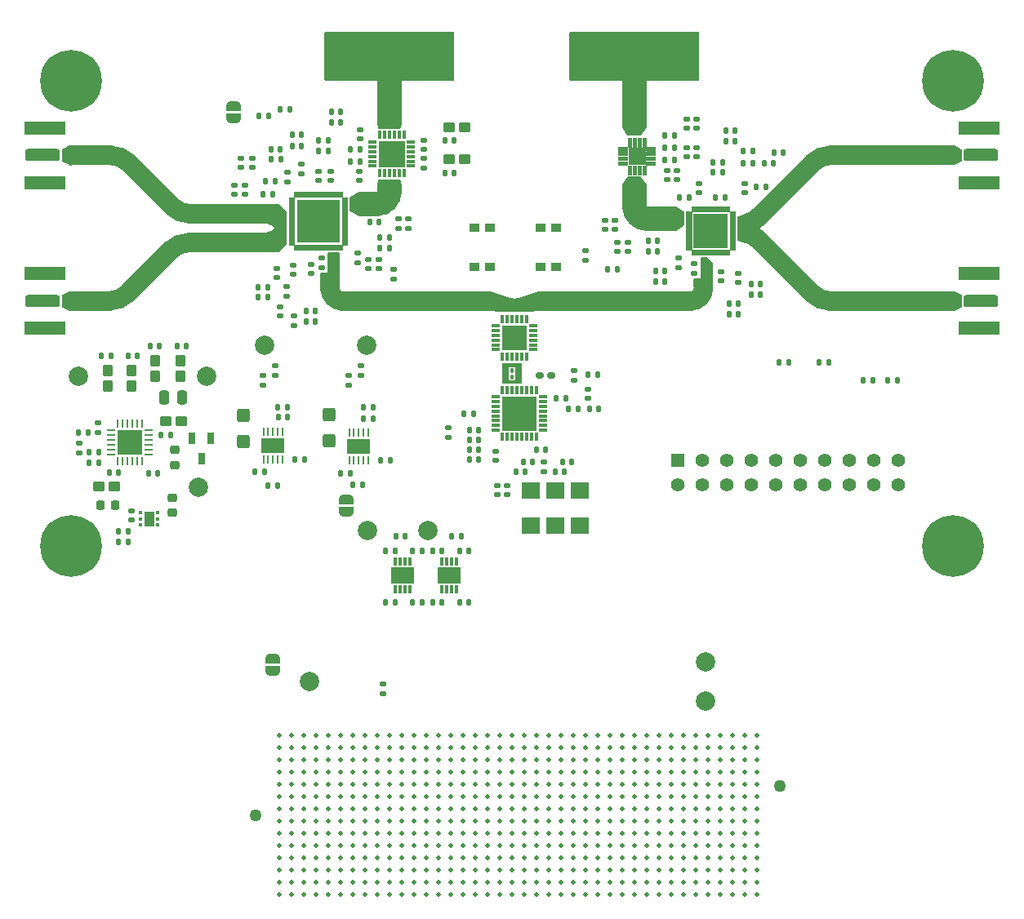
<source format=gts>
%TF.GenerationSoftware,KiCad,Pcbnew,(6.0.9)*%
%TF.CreationDate,2023-04-20T15:37:57-04:00*%
%TF.ProjectId,S23-16_PCB,5332332d-3136-45f5-9043-422e6b696361,2.0*%
%TF.SameCoordinates,Original*%
%TF.FileFunction,Soldermask,Top*%
%TF.FilePolarity,Negative*%
%FSLAX46Y46*%
G04 Gerber Fmt 4.6, Leading zero omitted, Abs format (unit mm)*
G04 Created by KiCad (PCBNEW (6.0.9)) date 2023-04-20 15:37:57*
%MOMM*%
%LPD*%
G01*
G04 APERTURE LIST*
G04 Aperture macros list*
%AMRoundRect*
0 Rectangle with rounded corners*
0 $1 Rounding radius*
0 $2 $3 $4 $5 $6 $7 $8 $9 X,Y pos of 4 corners*
0 Add a 4 corners polygon primitive as box body*
4,1,4,$2,$3,$4,$5,$6,$7,$8,$9,$2,$3,0*
0 Add four circle primitives for the rounded corners*
1,1,$1+$1,$2,$3*
1,1,$1+$1,$4,$5*
1,1,$1+$1,$6,$7*
1,1,$1+$1,$8,$9*
0 Add four rect primitives between the rounded corners*
20,1,$1+$1,$2,$3,$4,$5,0*
20,1,$1+$1,$4,$5,$6,$7,0*
20,1,$1+$1,$6,$7,$8,$9,0*
20,1,$1+$1,$8,$9,$2,$3,0*%
%AMFreePoly0*
4,1,22,0.500000,-0.750000,0.000000,-0.750000,0.000000,-0.745033,-0.079941,-0.743568,-0.215256,-0.701293,-0.333266,-0.622738,-0.424486,-0.514219,-0.481581,-0.384460,-0.499164,-0.250000,-0.500000,-0.250000,-0.500000,0.250000,-0.499164,0.250000,-0.499963,0.256109,-0.478152,0.396186,-0.417904,0.524511,-0.324060,0.630769,-0.204165,0.706417,-0.067858,0.745374,0.000000,0.744959,0.000000,0.750000,
0.500000,0.750000,0.500000,-0.750000,0.500000,-0.750000,$1*%
%AMFreePoly1*
4,1,20,0.000000,0.744959,0.073905,0.744508,0.209726,0.703889,0.328688,0.626782,0.421226,0.519385,0.479903,0.390333,0.500000,0.250000,0.500000,-0.250000,0.499851,-0.262216,0.476331,-0.402017,0.414519,-0.529596,0.319384,-0.634700,0.198574,-0.708877,0.061801,-0.746166,0.000000,-0.745033,0.000000,-0.750000,-0.500000,-0.750000,-0.500000,0.750000,0.000000,0.750000,0.000000,0.744959,
0.000000,0.744959,$1*%
G04 Aperture macros list end*
%ADD10C,2.046710*%
%ADD11C,2.546710*%
%ADD12C,0.010000*%
%ADD13RoundRect,0.140000X0.140000X0.170000X-0.140000X0.170000X-0.140000X-0.170000X0.140000X-0.170000X0*%
%ADD14R,4.500000X4.500000*%
%ADD15RoundRect,0.135000X0.135000X0.185000X-0.135000X0.185000X-0.135000X-0.185000X0.135000X-0.185000X0*%
%ADD16RoundRect,0.250000X0.275000X-0.375000X0.275000X0.375000X-0.275000X0.375000X-0.275000X-0.375000X0*%
%ADD17RoundRect,0.140000X-0.170000X0.140000X-0.170000X-0.140000X0.170000X-0.140000X0.170000X0.140000X0*%
%ADD18RoundRect,0.250000X0.375000X0.275000X-0.375000X0.275000X-0.375000X-0.275000X0.375000X-0.275000X0*%
%ADD19RoundRect,0.140000X-0.140000X-0.170000X0.140000X-0.170000X0.140000X0.170000X-0.140000X0.170000X0*%
%ADD20RoundRect,0.135000X-0.135000X-0.185000X0.135000X-0.185000X0.135000X0.185000X-0.135000X0.185000X0*%
%ADD21RoundRect,0.140000X0.170000X-0.140000X0.170000X0.140000X-0.170000X0.140000X-0.170000X-0.140000X0*%
%ADD22C,3.600000*%
%ADD23C,6.400000*%
%ADD24RoundRect,0.062500X0.062500X-0.375000X0.062500X0.375000X-0.062500X0.375000X-0.062500X-0.375000X0*%
%ADD25RoundRect,0.062500X0.375000X-0.062500X0.375000X0.062500X-0.375000X0.062500X-0.375000X-0.062500X0*%
%ADD26R,2.500000X2.500000*%
%ADD27RoundRect,0.225000X0.225000X0.250000X-0.225000X0.250000X-0.225000X-0.250000X0.225000X-0.250000X0*%
%ADD28RoundRect,0.135000X0.185000X-0.135000X0.185000X0.135000X-0.185000X0.135000X-0.185000X-0.135000X0*%
%ADD29FreePoly0,270.000000*%
%ADD30FreePoly1,270.000000*%
%ADD31R,1.000000X0.900000*%
%ADD32RoundRect,0.076200X0.076200X-0.361300X0.076200X0.361300X-0.076200X0.361300X-0.076200X-0.361300X0*%
%ADD33RoundRect,0.076200X0.361300X-0.076200X0.361300X0.076200X-0.361300X0.076200X-0.361300X-0.076200X0*%
%ADD34RoundRect,0.250000X-0.250000X-0.475000X0.250000X-0.475000X0.250000X0.475000X-0.250000X0.475000X0*%
%ADD35RoundRect,0.135000X-0.185000X0.135000X-0.185000X-0.135000X0.185000X-0.135000X0.185000X0.135000X0*%
%ADD36RoundRect,0.317500X-1.482500X0.317500X-1.482500X-0.317500X1.482500X-0.317500X1.482500X0.317500X0*%
%ADD37R,4.200000X1.350000*%
%ADD38RoundRect,0.225000X-0.250000X0.225000X-0.250000X-0.225000X0.250000X-0.225000X0.250000X0.225000X0*%
%ADD39RoundRect,0.250000X-0.375000X-0.275000X0.375000X-0.275000X0.375000X0.275000X-0.375000X0.275000X0*%
%ADD40RoundRect,0.095949X-0.095948X-0.539051X0.095948X-0.539051X0.095948X0.539051X-0.095948X0.539051X0*%
%ADD41C,2.489200*%
%ADD42RoundRect,0.225000X0.250000X-0.225000X0.250000X0.225000X-0.250000X0.225000X-0.250000X-0.225000X0*%
%ADD43R,0.304800X0.812800*%
%ADD44R,2.438400X1.701800*%
%ADD45RoundRect,0.160000X-0.222500X-0.160000X0.222500X-0.160000X0.222500X0.160000X-0.222500X0.160000X0*%
%ADD46RoundRect,0.317500X1.482500X-0.317500X1.482500X0.317500X-1.482500X0.317500X-1.482500X-0.317500X0*%
%ADD47R,3.570000X3.570000*%
%ADD48RoundRect,0.042000X-0.258000X0.573000X-0.258000X-0.573000X0.258000X-0.573000X0.258000X0.573000X0*%
%ADD49C,1.270000*%
%ADD50C,0.508000*%
%ADD51RoundRect,0.062500X0.062500X-0.362500X0.062500X0.362500X-0.062500X0.362500X-0.062500X-0.362500X0*%
%ADD52R,2.380000X1.650000*%
%ADD53FreePoly0,90.000000*%
%ADD54FreePoly1,90.000000*%
%ADD55RoundRect,0.093750X-0.093750X-0.106250X0.093750X-0.106250X0.093750X0.106250X-0.093750X0.106250X0*%
%ADD56R,1.000000X1.600000*%
%ADD57RoundRect,0.007800X0.422200X0.122200X-0.422200X0.122200X-0.422200X-0.122200X0.422200X-0.122200X0*%
%ADD58RoundRect,0.007800X-0.122200X0.422200X-0.122200X-0.422200X0.122200X-0.422200X0.122200X0.422200X0*%
%ADD59R,3.600000X3.600000*%
%ADD60RoundRect,0.250000X-0.425000X0.450000X-0.425000X-0.450000X0.425000X-0.450000X0.425000X0.450000X0*%
%ADD61R,1.960000X1.780000*%
%ADD62RoundRect,0.012800X0.147200X-0.372200X0.147200X0.372200X-0.147200X0.372200X-0.147200X-0.372200X0*%
%ADD63RoundRect,0.012800X0.372200X0.147200X-0.372200X0.147200X-0.372200X-0.147200X0.372200X-0.147200X0*%
%ADD64R,2.810000X2.810000*%
%ADD65RoundRect,0.100000X0.100000X-0.130000X0.100000X0.130000X-0.100000X0.130000X-0.100000X-0.130000X0*%
%ADD66C,2.000000*%
%ADD67R,1.400000X1.400000*%
%ADD68C,1.400000*%
G04 APERTURE END LIST*
D10*
X94723949Y-83076051D02*
X99279151Y-78520849D01*
X94863650Y-69476348D02*
G75*
G03*
X93067598Y-68732400I-1796050J-1796052D01*
G01*
X167669319Y-68707000D02*
X180213000Y-68707000D01*
D11*
X120650000Y-73776900D02*
G75*
G03*
X121920000Y-72506900I0J1270000D01*
G01*
D10*
X101216302Y-74776900D02*
X109220000Y-74776900D01*
X165788221Y-83076065D02*
G75*
G03*
X167584286Y-83820000I1796079J1796165D01*
G01*
X117043200Y-83820000D02*
X132214349Y-83820000D01*
D11*
X119350000Y-73780000D02*
X120650000Y-73776900D01*
D10*
X89027000Y-83820000D02*
X92927898Y-83820000D01*
X153198900Y-83820000D02*
X137533651Y-83820000D01*
X115773200Y-81838800D02*
X115773200Y-82550000D01*
X160236333Y-77524149D02*
X165788235Y-83076051D01*
X94863649Y-69476349D02*
X99420251Y-74032951D01*
X153198900Y-83820000D02*
G75*
G03*
X154468900Y-82550000I0J1270000D01*
G01*
X167584286Y-83820000D02*
X180086000Y-83820000D01*
X159004002Y-75780206D02*
G75*
G03*
X160287966Y-75036251I-754902J2782806D01*
G01*
D11*
X121920000Y-64693800D02*
X121920000Y-57404000D01*
D10*
X92927898Y-83819998D02*
G75*
G03*
X94723949Y-83076051I2J2539998D01*
G01*
X99420250Y-74032952D02*
G75*
G03*
X101216302Y-74776900I1796050J1796052D01*
G01*
X101075202Y-77776900D02*
X109220000Y-77776900D01*
X160287966Y-75036251D02*
X165873268Y-69450949D01*
D11*
X121920000Y-72506900D02*
X121920000Y-72506900D01*
X147320000Y-74061000D02*
X147320000Y-72263000D01*
X151140000Y-75285600D02*
X148590000Y-75280200D01*
X147320000Y-65230000D02*
X147324000Y-57404000D01*
D10*
X115773200Y-82550000D02*
G75*
G03*
X117043200Y-83820000I1270000J0D01*
G01*
X160236331Y-77524151D02*
G75*
G03*
X159004000Y-76780200I-2121431J-2121449D01*
G01*
X167669319Y-68707014D02*
G75*
G03*
X165873268Y-69450949I-19J-2539986D01*
G01*
X89027000Y-68732400D02*
X93067598Y-68732400D01*
D11*
X147320000Y-74010200D02*
G75*
G03*
X148590000Y-75280200I1270000J0D01*
G01*
D10*
X101075202Y-77776902D02*
G75*
G03*
X99279151Y-78520849I-2J-2539998D01*
G01*
G36*
X114003600Y-73041900D02*
G01*
X113553600Y-73041900D01*
X113553600Y-72511900D01*
X114003600Y-72511900D01*
X114003600Y-73041900D01*
G37*
D12*
X114003600Y-73041900D02*
X113553600Y-73041900D01*
X113553600Y-72511900D01*
X114003600Y-72511900D01*
X114003600Y-73041900D01*
G36*
X117543600Y-75501900D02*
G01*
X117013600Y-75501900D01*
X117013600Y-75051900D01*
X117543600Y-75051900D01*
X117543600Y-75501900D01*
G37*
X117543600Y-75501900D02*
X117013600Y-75501900D01*
X117013600Y-75051900D01*
X117543600Y-75051900D01*
X117543600Y-75501900D01*
G36*
X116503600Y-73041900D02*
G01*
X116053600Y-73041900D01*
X116053600Y-72511900D01*
X116503600Y-72511900D01*
X116503600Y-73041900D01*
G37*
X116503600Y-73041900D02*
X116053600Y-73041900D01*
X116053600Y-72511900D01*
X116503600Y-72511900D01*
X116503600Y-73041900D01*
G36*
X117543600Y-77001900D02*
G01*
X117013600Y-77001900D01*
X117013600Y-76551900D01*
X117543600Y-76551900D01*
X117543600Y-77001900D01*
G37*
X117543600Y-77001900D02*
X117013600Y-77001900D01*
X117013600Y-76551900D01*
X117543600Y-76551900D01*
X117543600Y-77001900D01*
G36*
X112043600Y-77501900D02*
G01*
X111513600Y-77501900D01*
X111513600Y-77051900D01*
X112043600Y-77051900D01*
X112043600Y-77501900D01*
G37*
X112043600Y-77501900D02*
X111513600Y-77501900D01*
X111513600Y-77051900D01*
X112043600Y-77051900D01*
X112043600Y-77501900D01*
G36*
X117543600Y-77501900D02*
G01*
X117013600Y-77501900D01*
X117013600Y-77051900D01*
X117543600Y-77051900D01*
X117543600Y-77501900D01*
G37*
X117543600Y-77501900D02*
X117013600Y-77501900D01*
X117013600Y-77051900D01*
X117543600Y-77051900D01*
X117543600Y-77501900D01*
G36*
X112043600Y-75501900D02*
G01*
X111513600Y-75501900D01*
X111513600Y-75051900D01*
X112043600Y-75051900D01*
X112043600Y-75501900D01*
G37*
X112043600Y-75501900D02*
X111513600Y-75501900D01*
X111513600Y-75051900D01*
X112043600Y-75051900D01*
X112043600Y-75501900D01*
G36*
X112043600Y-76501900D02*
G01*
X111513600Y-76501900D01*
X111513600Y-76051900D01*
X112043600Y-76051900D01*
X112043600Y-76501900D01*
G37*
X112043600Y-76501900D02*
X111513600Y-76501900D01*
X111513600Y-76051900D01*
X112043600Y-76051900D01*
X112043600Y-76501900D01*
G36*
X117543600Y-75001900D02*
G01*
X117013600Y-75001900D01*
X117013600Y-74551900D01*
X117543600Y-74551900D01*
X117543600Y-75001900D01*
G37*
X117543600Y-75001900D02*
X117013600Y-75001900D01*
X117013600Y-74551900D01*
X117543600Y-74551900D01*
X117543600Y-75001900D01*
G36*
X114503600Y-78541900D02*
G01*
X114053600Y-78541900D01*
X114053600Y-78011900D01*
X114503600Y-78011900D01*
X114503600Y-78541900D01*
G37*
X114503600Y-78541900D02*
X114053600Y-78541900D01*
X114053600Y-78011900D01*
X114503600Y-78011900D01*
X114503600Y-78541900D01*
G36*
X116503600Y-78541900D02*
G01*
X116053600Y-78541900D01*
X116053600Y-78011900D01*
X116503600Y-78011900D01*
X116503600Y-78541900D01*
G37*
X116503600Y-78541900D02*
X116053600Y-78541900D01*
X116053600Y-78011900D01*
X116503600Y-78011900D01*
X116503600Y-78541900D01*
G36*
X114003600Y-78541900D02*
G01*
X113553600Y-78541900D01*
X113553600Y-78011900D01*
X114003600Y-78011900D01*
X114003600Y-78541900D01*
G37*
X114003600Y-78541900D02*
X113553600Y-78541900D01*
X113553600Y-78011900D01*
X114003600Y-78011900D01*
X114003600Y-78541900D01*
G36*
X117003600Y-78541900D02*
G01*
X116553600Y-78541900D01*
X116553600Y-78011900D01*
X117003600Y-78011900D01*
X117003600Y-78541900D01*
G37*
X117003600Y-78541900D02*
X116553600Y-78541900D01*
X116553600Y-78011900D01*
X117003600Y-78011900D01*
X117003600Y-78541900D01*
G36*
X117543600Y-74501900D02*
G01*
X117013600Y-74501900D01*
X117013600Y-74051900D01*
X117543600Y-74051900D01*
X117543600Y-74501900D01*
G37*
X117543600Y-74501900D02*
X117013600Y-74501900D01*
X117013600Y-74051900D01*
X117543600Y-74051900D01*
X117543600Y-74501900D01*
G36*
X117543600Y-78001900D02*
G01*
X117013600Y-78001900D01*
X117013600Y-77551900D01*
X117543600Y-77551900D01*
X117543600Y-78001900D01*
G37*
X117543600Y-78001900D02*
X117013600Y-78001900D01*
X117013600Y-77551900D01*
X117543600Y-77551900D01*
X117543600Y-78001900D01*
G36*
X117543600Y-74001900D02*
G01*
X117013600Y-74001900D01*
X117013600Y-73551900D01*
X117543600Y-73551900D01*
X117543600Y-74001900D01*
G37*
X117543600Y-74001900D02*
X117013600Y-74001900D01*
X117013600Y-73551900D01*
X117543600Y-73551900D01*
X117543600Y-74001900D01*
G36*
X112043600Y-77001900D02*
G01*
X111513600Y-77001900D01*
X111513600Y-76551900D01*
X112043600Y-76551900D01*
X112043600Y-77001900D01*
G37*
X112043600Y-77001900D02*
X111513600Y-77001900D01*
X111513600Y-76551900D01*
X112043600Y-76551900D01*
X112043600Y-77001900D01*
G36*
X115003600Y-73041900D02*
G01*
X114553600Y-73041900D01*
X114553600Y-72511900D01*
X115003600Y-72511900D01*
X115003600Y-73041900D01*
G37*
X115003600Y-73041900D02*
X114553600Y-73041900D01*
X114553600Y-72511900D01*
X115003600Y-72511900D01*
X115003600Y-73041900D01*
G36*
X117543600Y-76501900D02*
G01*
X117013600Y-76501900D01*
X117013600Y-76051900D01*
X117543600Y-76051900D01*
X117543600Y-76501900D01*
G37*
X117543600Y-76501900D02*
X117013600Y-76501900D01*
X117013600Y-76051900D01*
X117543600Y-76051900D01*
X117543600Y-76501900D01*
G36*
X112043600Y-78001900D02*
G01*
X111513600Y-78001900D01*
X111513600Y-77551900D01*
X112043600Y-77551900D01*
X112043600Y-78001900D01*
G37*
X112043600Y-78001900D02*
X111513600Y-78001900D01*
X111513600Y-77551900D01*
X112043600Y-77551900D01*
X112043600Y-78001900D01*
G36*
X117543600Y-76001900D02*
G01*
X117013600Y-76001900D01*
X117013600Y-75551900D01*
X117543600Y-75551900D01*
X117543600Y-76001900D01*
G37*
X117543600Y-76001900D02*
X117013600Y-76001900D01*
X117013600Y-75551900D01*
X117543600Y-75551900D01*
X117543600Y-76001900D01*
G36*
X115503600Y-73041900D02*
G01*
X115053600Y-73041900D01*
X115053600Y-72511900D01*
X115503600Y-72511900D01*
X115503600Y-73041900D01*
G37*
X115503600Y-73041900D02*
X115053600Y-73041900D01*
X115053600Y-72511900D01*
X115503600Y-72511900D01*
X115503600Y-73041900D01*
G36*
X113503600Y-78541900D02*
G01*
X113053600Y-78541900D01*
X113053600Y-78011900D01*
X113503600Y-78011900D01*
X113503600Y-78541900D01*
G37*
X113503600Y-78541900D02*
X113053600Y-78541900D01*
X113053600Y-78011900D01*
X113503600Y-78011900D01*
X113503600Y-78541900D01*
G36*
X112043600Y-73501900D02*
G01*
X111513600Y-73501900D01*
X111513600Y-73051900D01*
X112043600Y-73051900D01*
X112043600Y-73501900D01*
G37*
X112043600Y-73501900D02*
X111513600Y-73501900D01*
X111513600Y-73051900D01*
X112043600Y-73051900D01*
X112043600Y-73501900D01*
G36*
X112043600Y-74501900D02*
G01*
X111513600Y-74501900D01*
X111513600Y-74051900D01*
X112043600Y-74051900D01*
X112043600Y-74501900D01*
G37*
X112043600Y-74501900D02*
X111513600Y-74501900D01*
X111513600Y-74051900D01*
X112043600Y-74051900D01*
X112043600Y-74501900D01*
G36*
X113503600Y-73041900D02*
G01*
X113053600Y-73041900D01*
X113053600Y-72511900D01*
X113503600Y-72511900D01*
X113503600Y-73041900D01*
G37*
X113503600Y-73041900D02*
X113053600Y-73041900D01*
X113053600Y-72511900D01*
X113503600Y-72511900D01*
X113503600Y-73041900D01*
G36*
X112503600Y-78541900D02*
G01*
X112053600Y-78541900D01*
X112053600Y-78011900D01*
X112503600Y-78011900D01*
X112503600Y-78541900D01*
G37*
X112503600Y-78541900D02*
X112053600Y-78541900D01*
X112053600Y-78011900D01*
X112503600Y-78011900D01*
X112503600Y-78541900D01*
G36*
X112043600Y-76001900D02*
G01*
X111513600Y-76001900D01*
X111513600Y-75551900D01*
X112043600Y-75551900D01*
X112043600Y-76001900D01*
G37*
X112043600Y-76001900D02*
X111513600Y-76001900D01*
X111513600Y-75551900D01*
X112043600Y-75551900D01*
X112043600Y-76001900D01*
G36*
X112503600Y-73041900D02*
G01*
X112053600Y-73041900D01*
X112053600Y-72511900D01*
X112503600Y-72511900D01*
X112503600Y-73041900D01*
G37*
X112503600Y-73041900D02*
X112053600Y-73041900D01*
X112053600Y-72511900D01*
X112503600Y-72511900D01*
X112503600Y-73041900D01*
G36*
X115503600Y-78541900D02*
G01*
X115053600Y-78541900D01*
X115053600Y-78011900D01*
X115503600Y-78011900D01*
X115503600Y-78541900D01*
G37*
X115503600Y-78541900D02*
X115053600Y-78541900D01*
X115053600Y-78011900D01*
X115503600Y-78011900D01*
X115503600Y-78541900D01*
G36*
X113003600Y-73041900D02*
G01*
X112553600Y-73041900D01*
X112553600Y-72511900D01*
X113003600Y-72511900D01*
X113003600Y-73041900D01*
G37*
X113003600Y-73041900D02*
X112553600Y-73041900D01*
X112553600Y-72511900D01*
X113003600Y-72511900D01*
X113003600Y-73041900D01*
G36*
X117543600Y-73501900D02*
G01*
X117013600Y-73501900D01*
X117013600Y-73051900D01*
X117543600Y-73051900D01*
X117543600Y-73501900D01*
G37*
X117543600Y-73501900D02*
X117013600Y-73501900D01*
X117013600Y-73051900D01*
X117543600Y-73051900D01*
X117543600Y-73501900D01*
G36*
X116003600Y-78541900D02*
G01*
X115553600Y-78541900D01*
X115553600Y-78011900D01*
X116003600Y-78011900D01*
X116003600Y-78541900D01*
G37*
X116003600Y-78541900D02*
X115553600Y-78541900D01*
X115553600Y-78011900D01*
X116003600Y-78011900D01*
X116003600Y-78541900D01*
G36*
X113003600Y-78541900D02*
G01*
X112553600Y-78541900D01*
X112553600Y-78011900D01*
X113003600Y-78011900D01*
X113003600Y-78541900D01*
G37*
X113003600Y-78541900D02*
X112553600Y-78541900D01*
X112553600Y-78011900D01*
X113003600Y-78011900D01*
X113003600Y-78541900D01*
G36*
X115003600Y-78541900D02*
G01*
X114553600Y-78541900D01*
X114553600Y-78011900D01*
X115003600Y-78011900D01*
X115003600Y-78541900D01*
G37*
X115003600Y-78541900D02*
X114553600Y-78541900D01*
X114553600Y-78011900D01*
X115003600Y-78011900D01*
X115003600Y-78541900D01*
G36*
X114503600Y-73041900D02*
G01*
X114053600Y-73041900D01*
X114053600Y-72511900D01*
X114503600Y-72511900D01*
X114503600Y-73041900D01*
G37*
X114503600Y-73041900D02*
X114053600Y-73041900D01*
X114053600Y-72511900D01*
X114503600Y-72511900D01*
X114503600Y-73041900D01*
G36*
X112043600Y-74001900D02*
G01*
X111513600Y-74001900D01*
X111513600Y-73551900D01*
X112043600Y-73551900D01*
X112043600Y-74001900D01*
G37*
X112043600Y-74001900D02*
X111513600Y-74001900D01*
X111513600Y-73551900D01*
X112043600Y-73551900D01*
X112043600Y-74001900D01*
G36*
X116003600Y-73041900D02*
G01*
X115553600Y-73041900D01*
X115553600Y-72511900D01*
X116003600Y-72511900D01*
X116003600Y-73041900D01*
G37*
X116003600Y-73041900D02*
X115553600Y-73041900D01*
X115553600Y-72511900D01*
X116003600Y-72511900D01*
X116003600Y-73041900D01*
G36*
X112043600Y-75001900D02*
G01*
X111513600Y-75001900D01*
X111513600Y-74551900D01*
X112043600Y-74551900D01*
X112043600Y-75001900D01*
G37*
X112043600Y-75001900D02*
X111513600Y-75001900D01*
X111513600Y-74551900D01*
X112043600Y-74551900D01*
X112043600Y-75001900D01*
G36*
X117003600Y-73041900D02*
G01*
X116553600Y-73041900D01*
X116553600Y-72511900D01*
X117003600Y-72511900D01*
X117003600Y-73041900D01*
G37*
X117003600Y-73041900D02*
X116553600Y-73041900D01*
X116553600Y-72511900D01*
X117003600Y-72511900D01*
X117003600Y-73041900D01*
G36*
X153233900Y-76005200D02*
G01*
X152703900Y-76005200D01*
X152703900Y-75555200D01*
X153233900Y-75555200D01*
X153233900Y-76005200D01*
G37*
X153233900Y-76005200D02*
X152703900Y-76005200D01*
X152703900Y-75555200D01*
X153233900Y-75555200D01*
X153233900Y-76005200D01*
G36*
X155693900Y-74545200D02*
G01*
X155243900Y-74545200D01*
X155243900Y-74015200D01*
X155693900Y-74015200D01*
X155693900Y-74545200D01*
G37*
X155693900Y-74545200D02*
X155243900Y-74545200D01*
X155243900Y-74015200D01*
X155693900Y-74015200D01*
X155693900Y-74545200D01*
G36*
X156693900Y-79045200D02*
G01*
X156243900Y-79045200D01*
X156243900Y-78515200D01*
X156693900Y-78515200D01*
X156693900Y-79045200D01*
G37*
X156693900Y-79045200D02*
X156243900Y-79045200D01*
X156243900Y-78515200D01*
X156693900Y-78515200D01*
X156693900Y-79045200D01*
G36*
X155193900Y-79045200D02*
G01*
X154743900Y-79045200D01*
X154743900Y-78515200D01*
X155193900Y-78515200D01*
X155193900Y-79045200D01*
G37*
X155193900Y-79045200D02*
X154743900Y-79045200D01*
X154743900Y-78515200D01*
X155193900Y-78515200D01*
X155193900Y-79045200D01*
G36*
X157193900Y-74545200D02*
G01*
X156743900Y-74545200D01*
X156743900Y-74015200D01*
X157193900Y-74015200D01*
X157193900Y-74545200D01*
G37*
X157193900Y-74545200D02*
X156743900Y-74545200D01*
X156743900Y-74015200D01*
X157193900Y-74015200D01*
X157193900Y-74545200D01*
G36*
X157733900Y-76005200D02*
G01*
X157203900Y-76005200D01*
X157203900Y-75555200D01*
X157733900Y-75555200D01*
X157733900Y-76005200D01*
G37*
X157733900Y-76005200D02*
X157203900Y-76005200D01*
X157203900Y-75555200D01*
X157733900Y-75555200D01*
X157733900Y-76005200D01*
G36*
X157733900Y-77005200D02*
G01*
X157203900Y-77005200D01*
X157203900Y-76555200D01*
X157733900Y-76555200D01*
X157733900Y-77005200D01*
G37*
X157733900Y-77005200D02*
X157203900Y-77005200D01*
X157203900Y-76555200D01*
X157733900Y-76555200D01*
X157733900Y-77005200D01*
G36*
X156693900Y-74545200D02*
G01*
X156243900Y-74545200D01*
X156243900Y-74015200D01*
X156693900Y-74015200D01*
X156693900Y-74545200D01*
G37*
X156693900Y-74545200D02*
X156243900Y-74545200D01*
X156243900Y-74015200D01*
X156693900Y-74015200D01*
X156693900Y-74545200D01*
G36*
X157733900Y-75005200D02*
G01*
X157203900Y-75005200D01*
X157203900Y-74555200D01*
X157733900Y-74555200D01*
X157733900Y-75005200D01*
G37*
X157733900Y-75005200D02*
X157203900Y-75005200D01*
X157203900Y-74555200D01*
X157733900Y-74555200D01*
X157733900Y-75005200D01*
G36*
X153233900Y-76505200D02*
G01*
X152703900Y-76505200D01*
X152703900Y-76055200D01*
X153233900Y-76055200D01*
X153233900Y-76505200D01*
G37*
X153233900Y-76505200D02*
X152703900Y-76505200D01*
X152703900Y-76055200D01*
X153233900Y-76055200D01*
X153233900Y-76505200D01*
G36*
X156193900Y-74545200D02*
G01*
X155743900Y-74545200D01*
X155743900Y-74015200D01*
X156193900Y-74015200D01*
X156193900Y-74545200D01*
G37*
X156193900Y-74545200D02*
X155743900Y-74545200D01*
X155743900Y-74015200D01*
X156193900Y-74015200D01*
X156193900Y-74545200D01*
G36*
X155693900Y-79045200D02*
G01*
X155243900Y-79045200D01*
X155243900Y-78515200D01*
X155693900Y-78515200D01*
X155693900Y-79045200D01*
G37*
X155693900Y-79045200D02*
X155243900Y-79045200D01*
X155243900Y-78515200D01*
X155693900Y-78515200D01*
X155693900Y-79045200D01*
G36*
X156193900Y-79045200D02*
G01*
X155743900Y-79045200D01*
X155743900Y-78515200D01*
X156193900Y-78515200D01*
X156193900Y-79045200D01*
G37*
X156193900Y-79045200D02*
X155743900Y-79045200D01*
X155743900Y-78515200D01*
X156193900Y-78515200D01*
X156193900Y-79045200D01*
G36*
X157733900Y-75505200D02*
G01*
X157203900Y-75505200D01*
X157203900Y-75055200D01*
X157733900Y-75055200D01*
X157733900Y-75505200D01*
G37*
X157733900Y-75505200D02*
X157203900Y-75505200D01*
X157203900Y-75055200D01*
X157733900Y-75055200D01*
X157733900Y-75505200D01*
G36*
X153233900Y-77005200D02*
G01*
X152703900Y-77005200D01*
X152703900Y-76555200D01*
X153233900Y-76555200D01*
X153233900Y-77005200D01*
G37*
X153233900Y-77005200D02*
X152703900Y-77005200D01*
X152703900Y-76555200D01*
X153233900Y-76555200D01*
X153233900Y-77005200D01*
G36*
X154693900Y-74545200D02*
G01*
X154243900Y-74545200D01*
X154243900Y-74015200D01*
X154693900Y-74015200D01*
X154693900Y-74545200D01*
G37*
X154693900Y-74545200D02*
X154243900Y-74545200D01*
X154243900Y-74015200D01*
X154693900Y-74015200D01*
X154693900Y-74545200D01*
G36*
X157193900Y-79045200D02*
G01*
X156743900Y-79045200D01*
X156743900Y-78515200D01*
X157193900Y-78515200D01*
X157193900Y-79045200D01*
G37*
X157193900Y-79045200D02*
X156743900Y-79045200D01*
X156743900Y-78515200D01*
X157193900Y-78515200D01*
X157193900Y-79045200D01*
G36*
X157733900Y-77505200D02*
G01*
X157203900Y-77505200D01*
X157203900Y-77055200D01*
X157733900Y-77055200D01*
X157733900Y-77505200D01*
G37*
X157733900Y-77505200D02*
X157203900Y-77505200D01*
X157203900Y-77055200D01*
X157733900Y-77055200D01*
X157733900Y-77505200D01*
G36*
X153233900Y-78505200D02*
G01*
X152703900Y-78505200D01*
X152703900Y-78055200D01*
X153233900Y-78055200D01*
X153233900Y-78505200D01*
G37*
X153233900Y-78505200D02*
X152703900Y-78505200D01*
X152703900Y-78055200D01*
X153233900Y-78055200D01*
X153233900Y-78505200D01*
G36*
X154193900Y-79045200D02*
G01*
X153743900Y-79045200D01*
X153743900Y-78515200D01*
X154193900Y-78515200D01*
X154193900Y-79045200D01*
G37*
X154193900Y-79045200D02*
X153743900Y-79045200D01*
X153743900Y-78515200D01*
X154193900Y-78515200D01*
X154193900Y-79045200D01*
G36*
X155193900Y-74545200D02*
G01*
X154743900Y-74545200D01*
X154743900Y-74015200D01*
X155193900Y-74015200D01*
X155193900Y-74545200D01*
G37*
X155193900Y-74545200D02*
X154743900Y-74545200D01*
X154743900Y-74015200D01*
X155193900Y-74015200D01*
X155193900Y-74545200D01*
G36*
X153693900Y-74545200D02*
G01*
X153243900Y-74545200D01*
X153243900Y-74015200D01*
X153693900Y-74015200D01*
X153693900Y-74545200D01*
G37*
X153693900Y-74545200D02*
X153243900Y-74545200D01*
X153243900Y-74015200D01*
X153693900Y-74015200D01*
X153693900Y-74545200D01*
G36*
X153233900Y-75005200D02*
G01*
X152703900Y-75005200D01*
X152703900Y-74555200D01*
X153233900Y-74555200D01*
X153233900Y-75005200D01*
G37*
X153233900Y-75005200D02*
X152703900Y-75005200D01*
X152703900Y-74555200D01*
X153233900Y-74555200D01*
X153233900Y-75005200D01*
G36*
X157733900Y-76505200D02*
G01*
X157203900Y-76505200D01*
X157203900Y-76055200D01*
X157733900Y-76055200D01*
X157733900Y-76505200D01*
G37*
X157733900Y-76505200D02*
X157203900Y-76505200D01*
X157203900Y-76055200D01*
X157733900Y-76055200D01*
X157733900Y-76505200D01*
G36*
X153693900Y-79045200D02*
G01*
X153243900Y-79045200D01*
X153243900Y-78515200D01*
X153693900Y-78515200D01*
X153693900Y-79045200D01*
G37*
X153693900Y-79045200D02*
X153243900Y-79045200D01*
X153243900Y-78515200D01*
X153693900Y-78515200D01*
X153693900Y-79045200D01*
G36*
X153233900Y-75505200D02*
G01*
X152703900Y-75505200D01*
X152703900Y-75055200D01*
X153233900Y-75055200D01*
X153233900Y-75505200D01*
G37*
X153233900Y-75505200D02*
X152703900Y-75505200D01*
X152703900Y-75055200D01*
X153233900Y-75055200D01*
X153233900Y-75505200D01*
G36*
X153233900Y-77505200D02*
G01*
X152703900Y-77505200D01*
X152703900Y-77055200D01*
X153233900Y-77055200D01*
X153233900Y-77505200D01*
G37*
X153233900Y-77505200D02*
X152703900Y-77505200D01*
X152703900Y-77055200D01*
X153233900Y-77055200D01*
X153233900Y-77505200D01*
G36*
X157733900Y-78005200D02*
G01*
X157203900Y-78005200D01*
X157203900Y-77555200D01*
X157733900Y-77555200D01*
X157733900Y-78005200D01*
G37*
X157733900Y-78005200D02*
X157203900Y-78005200D01*
X157203900Y-77555200D01*
X157733900Y-77555200D01*
X157733900Y-78005200D01*
G36*
X153233900Y-78005200D02*
G01*
X152703900Y-78005200D01*
X152703900Y-77555200D01*
X153233900Y-77555200D01*
X153233900Y-78005200D01*
G37*
X153233900Y-78005200D02*
X152703900Y-78005200D01*
X152703900Y-77555200D01*
X153233900Y-77555200D01*
X153233900Y-78005200D01*
G36*
X154193900Y-74545200D02*
G01*
X153743900Y-74545200D01*
X153743900Y-74015200D01*
X154193900Y-74015200D01*
X154193900Y-74545200D01*
G37*
X154193900Y-74545200D02*
X153743900Y-74545200D01*
X153743900Y-74015200D01*
X154193900Y-74015200D01*
X154193900Y-74545200D01*
G36*
X154693900Y-79045200D02*
G01*
X154243900Y-79045200D01*
X154243900Y-78515200D01*
X154693900Y-78515200D01*
X154693900Y-79045200D01*
G37*
X154693900Y-79045200D02*
X154243900Y-79045200D01*
X154243900Y-78515200D01*
X154693900Y-78515200D01*
X154693900Y-79045200D01*
G36*
X157733900Y-78505200D02*
G01*
X157203900Y-78505200D01*
X157203900Y-78055200D01*
X157733900Y-78055200D01*
X157733900Y-78505200D01*
G37*
X157733900Y-78505200D02*
X157203900Y-78505200D01*
X157203900Y-78055200D01*
X157733900Y-78055200D01*
X157733900Y-78505200D01*
G36*
X149469000Y-69357700D02*
G01*
X149472000Y-69357700D01*
X149473000Y-69358700D01*
X149474000Y-69358700D01*
X149475000Y-69359700D01*
X149476000Y-69359700D01*
X149478000Y-69360700D01*
X149480000Y-69362700D01*
X149481000Y-69362700D01*
X149483000Y-69364700D01*
X149483000Y-69365700D01*
X149486000Y-69368700D01*
X149486000Y-69370700D01*
X149487000Y-69371700D01*
X149487000Y-69372700D01*
X149488000Y-69373700D01*
X149488000Y-69376700D01*
X149489000Y-69377700D01*
X149489000Y-69705700D01*
X149488000Y-69706700D01*
X149488000Y-69709700D01*
X149487000Y-69710700D01*
X149487000Y-69711700D01*
X149486000Y-69712700D01*
X149486000Y-69714700D01*
X149483000Y-69717700D01*
X149483000Y-69718700D01*
X149481000Y-69720700D01*
X149480000Y-69720700D01*
X149478000Y-69722700D01*
X149476000Y-69723700D01*
X149475000Y-69723700D01*
X149474000Y-69724700D01*
X149473000Y-69724700D01*
X149472000Y-69725700D01*
X149469000Y-69725700D01*
X149468000Y-69726700D01*
X148570000Y-69726700D01*
X148569000Y-69725700D01*
X148566000Y-69725700D01*
X148565000Y-69724700D01*
X148564000Y-69724700D01*
X148563000Y-69723700D01*
X148562000Y-69723700D01*
X148560000Y-69722700D01*
X148558000Y-69720700D01*
X148557000Y-69720700D01*
X148555000Y-69718700D01*
X148555000Y-69717700D01*
X148552000Y-69714700D01*
X148552000Y-69712700D01*
X148551000Y-69711700D01*
X148551000Y-69710700D01*
X148550000Y-69709700D01*
X148550000Y-69706700D01*
X148549000Y-69705700D01*
X148549000Y-69377700D01*
X148550000Y-69376700D01*
X148550000Y-69373700D01*
X148551000Y-69372700D01*
X148551000Y-69371700D01*
X148552000Y-69370700D01*
X148552000Y-69368700D01*
X148555000Y-69365700D01*
X148555000Y-69364700D01*
X148557000Y-69362700D01*
X148558000Y-69362700D01*
X148561000Y-69359700D01*
X148563000Y-69359700D01*
X148564000Y-69358700D01*
X148565000Y-69358700D01*
X148566000Y-69357700D01*
X148569000Y-69357700D01*
X148570000Y-69356700D01*
X149468000Y-69356700D01*
X149469000Y-69357700D01*
G37*
X149469000Y-69357700D02*
X149472000Y-69357700D01*
X149473000Y-69358700D01*
X149474000Y-69358700D01*
X149475000Y-69359700D01*
X149476000Y-69359700D01*
X149478000Y-69360700D01*
X149480000Y-69362700D01*
X149481000Y-69362700D01*
X149483000Y-69364700D01*
X149483000Y-69365700D01*
X149486000Y-69368700D01*
X149486000Y-69370700D01*
X149487000Y-69371700D01*
X149487000Y-69372700D01*
X149488000Y-69373700D01*
X149488000Y-69376700D01*
X149489000Y-69377700D01*
X149489000Y-69705700D01*
X149488000Y-69706700D01*
X149488000Y-69709700D01*
X149487000Y-69710700D01*
X149487000Y-69711700D01*
X149486000Y-69712700D01*
X149486000Y-69714700D01*
X149483000Y-69717700D01*
X149483000Y-69718700D01*
X149481000Y-69720700D01*
X149480000Y-69720700D01*
X149478000Y-69722700D01*
X149476000Y-69723700D01*
X149475000Y-69723700D01*
X149474000Y-69724700D01*
X149473000Y-69724700D01*
X149472000Y-69725700D01*
X149469000Y-69725700D01*
X149468000Y-69726700D01*
X148570000Y-69726700D01*
X148569000Y-69725700D01*
X148566000Y-69725700D01*
X148565000Y-69724700D01*
X148564000Y-69724700D01*
X148563000Y-69723700D01*
X148562000Y-69723700D01*
X148560000Y-69722700D01*
X148558000Y-69720700D01*
X148557000Y-69720700D01*
X148555000Y-69718700D01*
X148555000Y-69717700D01*
X148552000Y-69714700D01*
X148552000Y-69712700D01*
X148551000Y-69711700D01*
X148551000Y-69710700D01*
X148550000Y-69709700D01*
X148550000Y-69706700D01*
X148549000Y-69705700D01*
X148549000Y-69377700D01*
X148550000Y-69376700D01*
X148550000Y-69373700D01*
X148551000Y-69372700D01*
X148551000Y-69371700D01*
X148552000Y-69370700D01*
X148552000Y-69368700D01*
X148555000Y-69365700D01*
X148555000Y-69364700D01*
X148557000Y-69362700D01*
X148558000Y-69362700D01*
X148561000Y-69359700D01*
X148563000Y-69359700D01*
X148564000Y-69358700D01*
X148565000Y-69358700D01*
X148566000Y-69357700D01*
X148569000Y-69357700D01*
X148570000Y-69356700D01*
X149468000Y-69356700D01*
X149469000Y-69357700D01*
G36*
X148489000Y-69767700D02*
G01*
X148492000Y-69767700D01*
X148493000Y-69768700D01*
X148494000Y-69768700D01*
X148495000Y-69769700D01*
X148497000Y-69769700D01*
X148500000Y-69772700D01*
X148501000Y-69772700D01*
X148503000Y-69774700D01*
X148503000Y-69775700D01*
X148505000Y-69777700D01*
X148506000Y-69779700D01*
X148506000Y-69780700D01*
X148507000Y-69781700D01*
X148507000Y-69782700D01*
X148508000Y-69783700D01*
X148508000Y-69786700D01*
X148509000Y-69787700D01*
X148509000Y-70685700D01*
X148508000Y-70686700D01*
X148508000Y-70689700D01*
X148507000Y-70690700D01*
X148507000Y-70691700D01*
X148506000Y-70692700D01*
X148506000Y-70693700D01*
X148505000Y-70695700D01*
X148503000Y-70697700D01*
X148503000Y-70698700D01*
X148501000Y-70700700D01*
X148500000Y-70700700D01*
X148497000Y-70703700D01*
X148495000Y-70703700D01*
X148494000Y-70704700D01*
X148493000Y-70704700D01*
X148492000Y-70705700D01*
X148489000Y-70705700D01*
X148488000Y-70706700D01*
X148160000Y-70706700D01*
X148159000Y-70705700D01*
X148156000Y-70705700D01*
X148155000Y-70704700D01*
X148154000Y-70704700D01*
X148153000Y-70703700D01*
X148151000Y-70703700D01*
X148148000Y-70700700D01*
X148147000Y-70700700D01*
X148145000Y-70698700D01*
X148145000Y-70697700D01*
X148143000Y-70695700D01*
X148142000Y-70693700D01*
X148142000Y-70692700D01*
X148141000Y-70691700D01*
X148141000Y-70690700D01*
X148140000Y-70689700D01*
X148140000Y-70686700D01*
X148139000Y-70685700D01*
X148139000Y-69787700D01*
X148140000Y-69786700D01*
X148140000Y-69783700D01*
X148141000Y-69782700D01*
X148141000Y-69781700D01*
X148142000Y-69780700D01*
X148142000Y-69778700D01*
X148145000Y-69775700D01*
X148145000Y-69774700D01*
X148147000Y-69772700D01*
X148148000Y-69772700D01*
X148151000Y-69769700D01*
X148153000Y-69769700D01*
X148154000Y-69768700D01*
X148155000Y-69768700D01*
X148156000Y-69767700D01*
X148159000Y-69767700D01*
X148160000Y-69766700D01*
X148488000Y-69766700D01*
X148489000Y-69767700D01*
G37*
X148489000Y-69767700D02*
X148492000Y-69767700D01*
X148493000Y-69768700D01*
X148494000Y-69768700D01*
X148495000Y-69769700D01*
X148497000Y-69769700D01*
X148500000Y-69772700D01*
X148501000Y-69772700D01*
X148503000Y-69774700D01*
X148503000Y-69775700D01*
X148505000Y-69777700D01*
X148506000Y-69779700D01*
X148506000Y-69780700D01*
X148507000Y-69781700D01*
X148507000Y-69782700D01*
X148508000Y-69783700D01*
X148508000Y-69786700D01*
X148509000Y-69787700D01*
X148509000Y-70685700D01*
X148508000Y-70686700D01*
X148508000Y-70689700D01*
X148507000Y-70690700D01*
X148507000Y-70691700D01*
X148506000Y-70692700D01*
X148506000Y-70693700D01*
X148505000Y-70695700D01*
X148503000Y-70697700D01*
X148503000Y-70698700D01*
X148501000Y-70700700D01*
X148500000Y-70700700D01*
X148497000Y-70703700D01*
X148495000Y-70703700D01*
X148494000Y-70704700D01*
X148493000Y-70704700D01*
X148492000Y-70705700D01*
X148489000Y-70705700D01*
X148488000Y-70706700D01*
X148160000Y-70706700D01*
X148159000Y-70705700D01*
X148156000Y-70705700D01*
X148155000Y-70704700D01*
X148154000Y-70704700D01*
X148153000Y-70703700D01*
X148151000Y-70703700D01*
X148148000Y-70700700D01*
X148147000Y-70700700D01*
X148145000Y-70698700D01*
X148145000Y-70697700D01*
X148143000Y-70695700D01*
X148142000Y-70693700D01*
X148142000Y-70692700D01*
X148141000Y-70691700D01*
X148141000Y-70690700D01*
X148140000Y-70689700D01*
X148140000Y-70686700D01*
X148139000Y-70685700D01*
X148139000Y-69787700D01*
X148140000Y-69786700D01*
X148140000Y-69783700D01*
X148141000Y-69782700D01*
X148141000Y-69781700D01*
X148142000Y-69780700D01*
X148142000Y-69778700D01*
X148145000Y-69775700D01*
X148145000Y-69774700D01*
X148147000Y-69772700D01*
X148148000Y-69772700D01*
X148151000Y-69769700D01*
X148153000Y-69769700D01*
X148154000Y-69768700D01*
X148155000Y-69768700D01*
X148156000Y-69767700D01*
X148159000Y-69767700D01*
X148160000Y-69766700D01*
X148488000Y-69766700D01*
X148489000Y-69767700D01*
G36*
X149469000Y-67857700D02*
G01*
X149472000Y-67857700D01*
X149473000Y-67858700D01*
X149474000Y-67858700D01*
X149475000Y-67859700D01*
X149476000Y-67859700D01*
X149478000Y-67860700D01*
X149480000Y-67862700D01*
X149481000Y-67862700D01*
X149483000Y-67864700D01*
X149483000Y-67865700D01*
X149486000Y-67868700D01*
X149486000Y-67870700D01*
X149487000Y-67871700D01*
X149487000Y-67872700D01*
X149488000Y-67873700D01*
X149488000Y-67876700D01*
X149489000Y-67877700D01*
X149489000Y-68205700D01*
X149488000Y-68206700D01*
X149488000Y-68209700D01*
X149487000Y-68210700D01*
X149487000Y-68211700D01*
X149486000Y-68212700D01*
X149486000Y-68214700D01*
X149483000Y-68217700D01*
X149483000Y-68218700D01*
X149481000Y-68220700D01*
X149480000Y-68220700D01*
X149478000Y-68222700D01*
X149476000Y-68223700D01*
X149475000Y-68223700D01*
X149474000Y-68224700D01*
X149473000Y-68224700D01*
X149472000Y-68225700D01*
X149469000Y-68225700D01*
X149468000Y-68226700D01*
X148570000Y-68226700D01*
X148569000Y-68225700D01*
X148566000Y-68225700D01*
X148565000Y-68224700D01*
X148564000Y-68224700D01*
X148563000Y-68223700D01*
X148562000Y-68223700D01*
X148560000Y-68222700D01*
X148558000Y-68220700D01*
X148557000Y-68220700D01*
X148555000Y-68218700D01*
X148555000Y-68217700D01*
X148552000Y-68214700D01*
X148552000Y-68212700D01*
X148551000Y-68211700D01*
X148551000Y-68210700D01*
X148550000Y-68209700D01*
X148550000Y-68206700D01*
X148549000Y-68205700D01*
X148549000Y-67877700D01*
X148550000Y-67876700D01*
X148550000Y-67873700D01*
X148551000Y-67872700D01*
X148551000Y-67871700D01*
X148552000Y-67870700D01*
X148552000Y-67868700D01*
X148555000Y-67865700D01*
X148555000Y-67864700D01*
X148557000Y-67862700D01*
X148558000Y-67862700D01*
X148561000Y-67859700D01*
X148563000Y-67859700D01*
X148564000Y-67858700D01*
X148565000Y-67858700D01*
X148566000Y-67857700D01*
X148569000Y-67857700D01*
X148570000Y-67856700D01*
X149468000Y-67856700D01*
X149469000Y-67857700D01*
G37*
X149469000Y-67857700D02*
X149472000Y-67857700D01*
X149473000Y-67858700D01*
X149474000Y-67858700D01*
X149475000Y-67859700D01*
X149476000Y-67859700D01*
X149478000Y-67860700D01*
X149480000Y-67862700D01*
X149481000Y-67862700D01*
X149483000Y-67864700D01*
X149483000Y-67865700D01*
X149486000Y-67868700D01*
X149486000Y-67870700D01*
X149487000Y-67871700D01*
X149487000Y-67872700D01*
X149488000Y-67873700D01*
X149488000Y-67876700D01*
X149489000Y-67877700D01*
X149489000Y-68205700D01*
X149488000Y-68206700D01*
X149488000Y-68209700D01*
X149487000Y-68210700D01*
X149487000Y-68211700D01*
X149486000Y-68212700D01*
X149486000Y-68214700D01*
X149483000Y-68217700D01*
X149483000Y-68218700D01*
X149481000Y-68220700D01*
X149480000Y-68220700D01*
X149478000Y-68222700D01*
X149476000Y-68223700D01*
X149475000Y-68223700D01*
X149474000Y-68224700D01*
X149473000Y-68224700D01*
X149472000Y-68225700D01*
X149469000Y-68225700D01*
X149468000Y-68226700D01*
X148570000Y-68226700D01*
X148569000Y-68225700D01*
X148566000Y-68225700D01*
X148565000Y-68224700D01*
X148564000Y-68224700D01*
X148563000Y-68223700D01*
X148562000Y-68223700D01*
X148560000Y-68222700D01*
X148558000Y-68220700D01*
X148557000Y-68220700D01*
X148555000Y-68218700D01*
X148555000Y-68217700D01*
X148552000Y-68214700D01*
X148552000Y-68212700D01*
X148551000Y-68211700D01*
X148551000Y-68210700D01*
X148550000Y-68209700D01*
X148550000Y-68206700D01*
X148549000Y-68205700D01*
X148549000Y-67877700D01*
X148550000Y-67876700D01*
X148550000Y-67873700D01*
X148551000Y-67872700D01*
X148551000Y-67871700D01*
X148552000Y-67870700D01*
X148552000Y-67868700D01*
X148555000Y-67865700D01*
X148555000Y-67864700D01*
X148557000Y-67862700D01*
X148558000Y-67862700D01*
X148561000Y-67859700D01*
X148563000Y-67859700D01*
X148564000Y-67858700D01*
X148565000Y-67858700D01*
X148566000Y-67857700D01*
X148569000Y-67857700D01*
X148570000Y-67856700D01*
X149468000Y-67856700D01*
X149469000Y-67857700D01*
G36*
X147989000Y-66877700D02*
G01*
X147992000Y-66877700D01*
X147993000Y-66878700D01*
X147994000Y-66878700D01*
X147995000Y-66879700D01*
X147996000Y-66879700D01*
X147998000Y-66880700D01*
X148000000Y-66882700D01*
X148001000Y-66882700D01*
X148003000Y-66884700D01*
X148003000Y-66885700D01*
X148005000Y-66887700D01*
X148006000Y-66889700D01*
X148006000Y-66890700D01*
X148007000Y-66891700D01*
X148007000Y-66892700D01*
X148008000Y-66893700D01*
X148008000Y-66896700D01*
X148009000Y-66897700D01*
X148009000Y-67795700D01*
X148008000Y-67796700D01*
X148008000Y-67799700D01*
X148007000Y-67800700D01*
X148007000Y-67801700D01*
X148006000Y-67802700D01*
X148006000Y-67804700D01*
X148003000Y-67807700D01*
X148003000Y-67808700D01*
X148001000Y-67810700D01*
X148000000Y-67810700D01*
X147998000Y-67812700D01*
X147996000Y-67813700D01*
X147995000Y-67813700D01*
X147994000Y-67814700D01*
X147993000Y-67814700D01*
X147992000Y-67815700D01*
X147989000Y-67815700D01*
X147988000Y-67816700D01*
X147660000Y-67816700D01*
X147659000Y-67815700D01*
X147656000Y-67815700D01*
X147655000Y-67814700D01*
X147654000Y-67814700D01*
X147653000Y-67813700D01*
X147652000Y-67813700D01*
X147650000Y-67812700D01*
X147648000Y-67810700D01*
X147647000Y-67810700D01*
X147645000Y-67808700D01*
X147645000Y-67807700D01*
X147643000Y-67805700D01*
X147642000Y-67803700D01*
X147642000Y-67802700D01*
X147641000Y-67801700D01*
X147641000Y-67800700D01*
X147640000Y-67799700D01*
X147640000Y-67796700D01*
X147639000Y-67795700D01*
X147639000Y-66897700D01*
X147640000Y-66896700D01*
X147640000Y-66893700D01*
X147641000Y-66892700D01*
X147641000Y-66891700D01*
X147642000Y-66890700D01*
X147642000Y-66889700D01*
X147643000Y-66887700D01*
X147645000Y-66885700D01*
X147645000Y-66884700D01*
X147647000Y-66882700D01*
X147648000Y-66882700D01*
X147650000Y-66880700D01*
X147652000Y-66879700D01*
X147653000Y-66879700D01*
X147654000Y-66878700D01*
X147655000Y-66878700D01*
X147656000Y-66877700D01*
X147659000Y-66877700D01*
X147660000Y-66876700D01*
X147988000Y-66876700D01*
X147989000Y-66877700D01*
G37*
X147989000Y-66877700D02*
X147992000Y-66877700D01*
X147993000Y-66878700D01*
X147994000Y-66878700D01*
X147995000Y-66879700D01*
X147996000Y-66879700D01*
X147998000Y-66880700D01*
X148000000Y-66882700D01*
X148001000Y-66882700D01*
X148003000Y-66884700D01*
X148003000Y-66885700D01*
X148005000Y-66887700D01*
X148006000Y-66889700D01*
X148006000Y-66890700D01*
X148007000Y-66891700D01*
X148007000Y-66892700D01*
X148008000Y-66893700D01*
X148008000Y-66896700D01*
X148009000Y-66897700D01*
X148009000Y-67795700D01*
X148008000Y-67796700D01*
X148008000Y-67799700D01*
X148007000Y-67800700D01*
X148007000Y-67801700D01*
X148006000Y-67802700D01*
X148006000Y-67804700D01*
X148003000Y-67807700D01*
X148003000Y-67808700D01*
X148001000Y-67810700D01*
X148000000Y-67810700D01*
X147998000Y-67812700D01*
X147996000Y-67813700D01*
X147995000Y-67813700D01*
X147994000Y-67814700D01*
X147993000Y-67814700D01*
X147992000Y-67815700D01*
X147989000Y-67815700D01*
X147988000Y-67816700D01*
X147660000Y-67816700D01*
X147659000Y-67815700D01*
X147656000Y-67815700D01*
X147655000Y-67814700D01*
X147654000Y-67814700D01*
X147653000Y-67813700D01*
X147652000Y-67813700D01*
X147650000Y-67812700D01*
X147648000Y-67810700D01*
X147647000Y-67810700D01*
X147645000Y-67808700D01*
X147645000Y-67807700D01*
X147643000Y-67805700D01*
X147642000Y-67803700D01*
X147642000Y-67802700D01*
X147641000Y-67801700D01*
X147641000Y-67800700D01*
X147640000Y-67799700D01*
X147640000Y-67796700D01*
X147639000Y-67795700D01*
X147639000Y-66897700D01*
X147640000Y-66896700D01*
X147640000Y-66893700D01*
X147641000Y-66892700D01*
X147641000Y-66891700D01*
X147642000Y-66890700D01*
X147642000Y-66889700D01*
X147643000Y-66887700D01*
X147645000Y-66885700D01*
X147645000Y-66884700D01*
X147647000Y-66882700D01*
X147648000Y-66882700D01*
X147650000Y-66880700D01*
X147652000Y-66879700D01*
X147653000Y-66879700D01*
X147654000Y-66878700D01*
X147655000Y-66878700D01*
X147656000Y-66877700D01*
X147659000Y-66877700D01*
X147660000Y-66876700D01*
X147988000Y-66876700D01*
X147989000Y-66877700D01*
G36*
X147989000Y-69767700D02*
G01*
X147992000Y-69767700D01*
X147993000Y-69768700D01*
X147994000Y-69768700D01*
X147995000Y-69769700D01*
X147996000Y-69769700D01*
X147998000Y-69770700D01*
X148000000Y-69772700D01*
X148001000Y-69772700D01*
X148003000Y-69774700D01*
X148003000Y-69775700D01*
X148005000Y-69777700D01*
X148006000Y-69779700D01*
X148006000Y-69780700D01*
X148007000Y-69781700D01*
X148007000Y-69782700D01*
X148008000Y-69783700D01*
X148008000Y-69786700D01*
X148009000Y-69787700D01*
X148009000Y-70685700D01*
X148008000Y-70686700D01*
X148008000Y-70689700D01*
X148007000Y-70690700D01*
X148007000Y-70691700D01*
X148006000Y-70692700D01*
X148006000Y-70693700D01*
X148005000Y-70695700D01*
X148003000Y-70697700D01*
X148003000Y-70698700D01*
X148001000Y-70700700D01*
X148000000Y-70700700D01*
X147998000Y-70702700D01*
X147996000Y-70703700D01*
X147995000Y-70703700D01*
X147994000Y-70704700D01*
X147993000Y-70704700D01*
X147992000Y-70705700D01*
X147989000Y-70705700D01*
X147988000Y-70706700D01*
X147660000Y-70706700D01*
X147659000Y-70705700D01*
X147656000Y-70705700D01*
X147655000Y-70704700D01*
X147654000Y-70704700D01*
X147653000Y-70703700D01*
X147652000Y-70703700D01*
X147650000Y-70702700D01*
X147648000Y-70700700D01*
X147647000Y-70700700D01*
X147645000Y-70698700D01*
X147645000Y-70697700D01*
X147643000Y-70695700D01*
X147642000Y-70693700D01*
X147642000Y-70692700D01*
X147641000Y-70691700D01*
X147641000Y-70690700D01*
X147640000Y-70689700D01*
X147640000Y-70686700D01*
X147639000Y-70685700D01*
X147639000Y-69787700D01*
X147640000Y-69786700D01*
X147640000Y-69783700D01*
X147641000Y-69782700D01*
X147641000Y-69781700D01*
X147642000Y-69780700D01*
X147642000Y-69779700D01*
X147643000Y-69777700D01*
X147645000Y-69775700D01*
X147645000Y-69774700D01*
X147647000Y-69772700D01*
X147648000Y-69772700D01*
X147650000Y-69770700D01*
X147652000Y-69769700D01*
X147653000Y-69769700D01*
X147654000Y-69768700D01*
X147655000Y-69768700D01*
X147656000Y-69767700D01*
X147659000Y-69767700D01*
X147660000Y-69766700D01*
X147988000Y-69766700D01*
X147989000Y-69767700D01*
G37*
X147989000Y-69767700D02*
X147992000Y-69767700D01*
X147993000Y-69768700D01*
X147994000Y-69768700D01*
X147995000Y-69769700D01*
X147996000Y-69769700D01*
X147998000Y-69770700D01*
X148000000Y-69772700D01*
X148001000Y-69772700D01*
X148003000Y-69774700D01*
X148003000Y-69775700D01*
X148005000Y-69777700D01*
X148006000Y-69779700D01*
X148006000Y-69780700D01*
X148007000Y-69781700D01*
X148007000Y-69782700D01*
X148008000Y-69783700D01*
X148008000Y-69786700D01*
X148009000Y-69787700D01*
X148009000Y-70685700D01*
X148008000Y-70686700D01*
X148008000Y-70689700D01*
X148007000Y-70690700D01*
X148007000Y-70691700D01*
X148006000Y-70692700D01*
X148006000Y-70693700D01*
X148005000Y-70695700D01*
X148003000Y-70697700D01*
X148003000Y-70698700D01*
X148001000Y-70700700D01*
X148000000Y-70700700D01*
X147998000Y-70702700D01*
X147996000Y-70703700D01*
X147995000Y-70703700D01*
X147994000Y-70704700D01*
X147993000Y-70704700D01*
X147992000Y-70705700D01*
X147989000Y-70705700D01*
X147988000Y-70706700D01*
X147660000Y-70706700D01*
X147659000Y-70705700D01*
X147656000Y-70705700D01*
X147655000Y-70704700D01*
X147654000Y-70704700D01*
X147653000Y-70703700D01*
X147652000Y-70703700D01*
X147650000Y-70702700D01*
X147648000Y-70700700D01*
X147647000Y-70700700D01*
X147645000Y-70698700D01*
X147645000Y-70697700D01*
X147643000Y-70695700D01*
X147642000Y-70693700D01*
X147642000Y-70692700D01*
X147641000Y-70691700D01*
X147641000Y-70690700D01*
X147640000Y-70689700D01*
X147640000Y-70686700D01*
X147639000Y-70685700D01*
X147639000Y-69787700D01*
X147640000Y-69786700D01*
X147640000Y-69783700D01*
X147641000Y-69782700D01*
X147641000Y-69781700D01*
X147642000Y-69780700D01*
X147642000Y-69779700D01*
X147643000Y-69777700D01*
X147645000Y-69775700D01*
X147645000Y-69774700D01*
X147647000Y-69772700D01*
X147648000Y-69772700D01*
X147650000Y-69770700D01*
X147652000Y-69769700D01*
X147653000Y-69769700D01*
X147654000Y-69768700D01*
X147655000Y-69768700D01*
X147656000Y-69767700D01*
X147659000Y-69767700D01*
X147660000Y-69766700D01*
X147988000Y-69766700D01*
X147989000Y-69767700D01*
G36*
X146989000Y-69767700D02*
G01*
X146992000Y-69767700D01*
X146993000Y-69768700D01*
X146994000Y-69768700D01*
X146995000Y-69769700D01*
X146997000Y-69769700D01*
X147000000Y-69772700D01*
X147001000Y-69772700D01*
X147003000Y-69774700D01*
X147003000Y-69775700D01*
X147005000Y-69777700D01*
X147006000Y-69779700D01*
X147006000Y-69780700D01*
X147007000Y-69781700D01*
X147007000Y-69782700D01*
X147008000Y-69783700D01*
X147008000Y-69786700D01*
X147009000Y-69787700D01*
X147009000Y-70685700D01*
X147008000Y-70686700D01*
X147008000Y-70689700D01*
X147007000Y-70690700D01*
X147007000Y-70691700D01*
X147006000Y-70692700D01*
X147006000Y-70693700D01*
X147005000Y-70695700D01*
X147003000Y-70697700D01*
X147003000Y-70698700D01*
X147001000Y-70700700D01*
X147000000Y-70700700D01*
X146997000Y-70703700D01*
X146995000Y-70703700D01*
X146994000Y-70704700D01*
X146993000Y-70704700D01*
X146992000Y-70705700D01*
X146989000Y-70705700D01*
X146988000Y-70706700D01*
X146660000Y-70706700D01*
X146659000Y-70705700D01*
X146656000Y-70705700D01*
X146655000Y-70704700D01*
X146654000Y-70704700D01*
X146653000Y-70703700D01*
X146651000Y-70703700D01*
X146648000Y-70700700D01*
X146647000Y-70700700D01*
X146645000Y-70698700D01*
X146645000Y-70697700D01*
X146643000Y-70695700D01*
X146642000Y-70693700D01*
X146642000Y-70692700D01*
X146641000Y-70691700D01*
X146641000Y-70690700D01*
X146640000Y-70689700D01*
X146640000Y-70686700D01*
X146639000Y-70685700D01*
X146639000Y-69787700D01*
X146640000Y-69786700D01*
X146640000Y-69783700D01*
X146641000Y-69782700D01*
X146641000Y-69781700D01*
X146642000Y-69780700D01*
X146642000Y-69778700D01*
X146645000Y-69775700D01*
X146645000Y-69774700D01*
X146647000Y-69772700D01*
X146648000Y-69772700D01*
X146651000Y-69769700D01*
X146653000Y-69769700D01*
X146654000Y-69768700D01*
X146655000Y-69768700D01*
X146656000Y-69767700D01*
X146659000Y-69767700D01*
X146660000Y-69766700D01*
X146988000Y-69766700D01*
X146989000Y-69767700D01*
G37*
X146989000Y-69767700D02*
X146992000Y-69767700D01*
X146993000Y-69768700D01*
X146994000Y-69768700D01*
X146995000Y-69769700D01*
X146997000Y-69769700D01*
X147000000Y-69772700D01*
X147001000Y-69772700D01*
X147003000Y-69774700D01*
X147003000Y-69775700D01*
X147005000Y-69777700D01*
X147006000Y-69779700D01*
X147006000Y-69780700D01*
X147007000Y-69781700D01*
X147007000Y-69782700D01*
X147008000Y-69783700D01*
X147008000Y-69786700D01*
X147009000Y-69787700D01*
X147009000Y-70685700D01*
X147008000Y-70686700D01*
X147008000Y-70689700D01*
X147007000Y-70690700D01*
X147007000Y-70691700D01*
X147006000Y-70692700D01*
X147006000Y-70693700D01*
X147005000Y-70695700D01*
X147003000Y-70697700D01*
X147003000Y-70698700D01*
X147001000Y-70700700D01*
X147000000Y-70700700D01*
X146997000Y-70703700D01*
X146995000Y-70703700D01*
X146994000Y-70704700D01*
X146993000Y-70704700D01*
X146992000Y-70705700D01*
X146989000Y-70705700D01*
X146988000Y-70706700D01*
X146660000Y-70706700D01*
X146659000Y-70705700D01*
X146656000Y-70705700D01*
X146655000Y-70704700D01*
X146654000Y-70704700D01*
X146653000Y-70703700D01*
X146651000Y-70703700D01*
X146648000Y-70700700D01*
X146647000Y-70700700D01*
X146645000Y-70698700D01*
X146645000Y-70697700D01*
X146643000Y-70695700D01*
X146642000Y-70693700D01*
X146642000Y-70692700D01*
X146641000Y-70691700D01*
X146641000Y-70690700D01*
X146640000Y-70689700D01*
X146640000Y-70686700D01*
X146639000Y-70685700D01*
X146639000Y-69787700D01*
X146640000Y-69786700D01*
X146640000Y-69783700D01*
X146641000Y-69782700D01*
X146641000Y-69781700D01*
X146642000Y-69780700D01*
X146642000Y-69778700D01*
X146645000Y-69775700D01*
X146645000Y-69774700D01*
X146647000Y-69772700D01*
X146648000Y-69772700D01*
X146651000Y-69769700D01*
X146653000Y-69769700D01*
X146654000Y-69768700D01*
X146655000Y-69768700D01*
X146656000Y-69767700D01*
X146659000Y-69767700D01*
X146660000Y-69766700D01*
X146988000Y-69766700D01*
X146989000Y-69767700D01*
G36*
X146989000Y-66877700D02*
G01*
X146992000Y-66877700D01*
X146993000Y-66878700D01*
X146994000Y-66878700D01*
X146995000Y-66879700D01*
X146997000Y-66879700D01*
X147000000Y-66882700D01*
X147001000Y-66882700D01*
X147003000Y-66884700D01*
X147003000Y-66885700D01*
X147005000Y-66887700D01*
X147006000Y-66889700D01*
X147006000Y-66890700D01*
X147007000Y-66891700D01*
X147007000Y-66892700D01*
X147008000Y-66893700D01*
X147008000Y-66896700D01*
X147009000Y-66897700D01*
X147009000Y-67795700D01*
X147008000Y-67796700D01*
X147008000Y-67799700D01*
X147007000Y-67800700D01*
X147007000Y-67801700D01*
X147006000Y-67802700D01*
X147006000Y-67804700D01*
X147003000Y-67807700D01*
X147003000Y-67808700D01*
X147001000Y-67810700D01*
X147000000Y-67810700D01*
X146997000Y-67813700D01*
X146995000Y-67813700D01*
X146994000Y-67814700D01*
X146993000Y-67814700D01*
X146992000Y-67815700D01*
X146989000Y-67815700D01*
X146988000Y-67816700D01*
X146660000Y-67816700D01*
X146659000Y-67815700D01*
X146656000Y-67815700D01*
X146655000Y-67814700D01*
X146654000Y-67814700D01*
X146653000Y-67813700D01*
X146651000Y-67813700D01*
X146648000Y-67810700D01*
X146647000Y-67810700D01*
X146645000Y-67808700D01*
X146645000Y-67807700D01*
X146642000Y-67804700D01*
X146642000Y-67802700D01*
X146641000Y-67801700D01*
X146641000Y-67800700D01*
X146640000Y-67799700D01*
X146640000Y-67796700D01*
X146639000Y-67795700D01*
X146639000Y-66897700D01*
X146640000Y-66896700D01*
X146640000Y-66893700D01*
X146641000Y-66892700D01*
X146641000Y-66891700D01*
X146642000Y-66890700D01*
X146642000Y-66889700D01*
X146643000Y-66887700D01*
X146645000Y-66885700D01*
X146645000Y-66884700D01*
X146647000Y-66882700D01*
X146648000Y-66882700D01*
X146651000Y-66879700D01*
X146653000Y-66879700D01*
X146654000Y-66878700D01*
X146655000Y-66878700D01*
X146656000Y-66877700D01*
X146659000Y-66877700D01*
X146660000Y-66876700D01*
X146988000Y-66876700D01*
X146989000Y-66877700D01*
G37*
X146989000Y-66877700D02*
X146992000Y-66877700D01*
X146993000Y-66878700D01*
X146994000Y-66878700D01*
X146995000Y-66879700D01*
X146997000Y-66879700D01*
X147000000Y-66882700D01*
X147001000Y-66882700D01*
X147003000Y-66884700D01*
X147003000Y-66885700D01*
X147005000Y-66887700D01*
X147006000Y-66889700D01*
X147006000Y-66890700D01*
X147007000Y-66891700D01*
X147007000Y-66892700D01*
X147008000Y-66893700D01*
X147008000Y-66896700D01*
X147009000Y-66897700D01*
X147009000Y-67795700D01*
X147008000Y-67796700D01*
X147008000Y-67799700D01*
X147007000Y-67800700D01*
X147007000Y-67801700D01*
X147006000Y-67802700D01*
X147006000Y-67804700D01*
X147003000Y-67807700D01*
X147003000Y-67808700D01*
X147001000Y-67810700D01*
X147000000Y-67810700D01*
X146997000Y-67813700D01*
X146995000Y-67813700D01*
X146994000Y-67814700D01*
X146993000Y-67814700D01*
X146992000Y-67815700D01*
X146989000Y-67815700D01*
X146988000Y-67816700D01*
X146660000Y-67816700D01*
X146659000Y-67815700D01*
X146656000Y-67815700D01*
X146655000Y-67814700D01*
X146654000Y-67814700D01*
X146653000Y-67813700D01*
X146651000Y-67813700D01*
X146648000Y-67810700D01*
X146647000Y-67810700D01*
X146645000Y-67808700D01*
X146645000Y-67807700D01*
X146642000Y-67804700D01*
X146642000Y-67802700D01*
X146641000Y-67801700D01*
X146641000Y-67800700D01*
X146640000Y-67799700D01*
X146640000Y-67796700D01*
X146639000Y-67795700D01*
X146639000Y-66897700D01*
X146640000Y-66896700D01*
X146640000Y-66893700D01*
X146641000Y-66892700D01*
X146641000Y-66891700D01*
X146642000Y-66890700D01*
X146642000Y-66889700D01*
X146643000Y-66887700D01*
X146645000Y-66885700D01*
X146645000Y-66884700D01*
X146647000Y-66882700D01*
X146648000Y-66882700D01*
X146651000Y-66879700D01*
X146653000Y-66879700D01*
X146654000Y-66878700D01*
X146655000Y-66878700D01*
X146656000Y-66877700D01*
X146659000Y-66877700D01*
X146660000Y-66876700D01*
X146988000Y-66876700D01*
X146989000Y-66877700D01*
G36*
X148424000Y-69641700D02*
G01*
X146724000Y-69641700D01*
X146724000Y-67941700D01*
X148424000Y-67941700D01*
X148424000Y-69641700D01*
G37*
X148424000Y-69641700D02*
X146724000Y-69641700D01*
X146724000Y-67941700D01*
X148424000Y-67941700D01*
X148424000Y-69641700D01*
G36*
X146579000Y-68857700D02*
G01*
X146582000Y-68857700D01*
X146583000Y-68858700D01*
X146584000Y-68858700D01*
X146585000Y-68859700D01*
X146586000Y-68859700D01*
X146588000Y-68860700D01*
X146590000Y-68862700D01*
X146591000Y-68862700D01*
X146593000Y-68864700D01*
X146593000Y-68865700D01*
X146595000Y-68867700D01*
X146596000Y-68869700D01*
X146596000Y-68870700D01*
X146597000Y-68871700D01*
X146597000Y-68872700D01*
X146598000Y-68873700D01*
X146598000Y-68876700D01*
X146599000Y-68877700D01*
X146599000Y-69205700D01*
X146598000Y-69206700D01*
X146598000Y-69209700D01*
X146597000Y-69210700D01*
X146597000Y-69211700D01*
X146596000Y-69212700D01*
X146596000Y-69213700D01*
X146595000Y-69215700D01*
X146593000Y-69217700D01*
X146593000Y-69218700D01*
X146591000Y-69220700D01*
X146590000Y-69220700D01*
X146588000Y-69222700D01*
X146586000Y-69223700D01*
X146585000Y-69223700D01*
X146584000Y-69224700D01*
X146583000Y-69224700D01*
X146582000Y-69225700D01*
X146579000Y-69225700D01*
X146578000Y-69226700D01*
X145680000Y-69226700D01*
X145679000Y-69225700D01*
X145676000Y-69225700D01*
X145675000Y-69224700D01*
X145674000Y-69224700D01*
X145673000Y-69223700D01*
X145672000Y-69223700D01*
X145670000Y-69222700D01*
X145668000Y-69220700D01*
X145667000Y-69220700D01*
X145665000Y-69218700D01*
X145665000Y-69217700D01*
X145663000Y-69215700D01*
X145662000Y-69213700D01*
X145662000Y-69212700D01*
X145661000Y-69211700D01*
X145661000Y-69210700D01*
X145660000Y-69209700D01*
X145660000Y-69206700D01*
X145659000Y-69205700D01*
X145659000Y-68877700D01*
X145660000Y-68876700D01*
X145660000Y-68873700D01*
X145661000Y-68872700D01*
X145661000Y-68871700D01*
X145662000Y-68870700D01*
X145662000Y-68869700D01*
X145663000Y-68867700D01*
X145665000Y-68865700D01*
X145665000Y-68864700D01*
X145667000Y-68862700D01*
X145668000Y-68862700D01*
X145670000Y-68860700D01*
X145672000Y-68859700D01*
X145673000Y-68859700D01*
X145674000Y-68858700D01*
X145675000Y-68858700D01*
X145676000Y-68857700D01*
X145679000Y-68857700D01*
X145680000Y-68856700D01*
X146578000Y-68856700D01*
X146579000Y-68857700D01*
G37*
X146579000Y-68857700D02*
X146582000Y-68857700D01*
X146583000Y-68858700D01*
X146584000Y-68858700D01*
X146585000Y-68859700D01*
X146586000Y-68859700D01*
X146588000Y-68860700D01*
X146590000Y-68862700D01*
X146591000Y-68862700D01*
X146593000Y-68864700D01*
X146593000Y-68865700D01*
X146595000Y-68867700D01*
X146596000Y-68869700D01*
X146596000Y-68870700D01*
X146597000Y-68871700D01*
X146597000Y-68872700D01*
X146598000Y-68873700D01*
X146598000Y-68876700D01*
X146599000Y-68877700D01*
X146599000Y-69205700D01*
X146598000Y-69206700D01*
X146598000Y-69209700D01*
X146597000Y-69210700D01*
X146597000Y-69211700D01*
X146596000Y-69212700D01*
X146596000Y-69213700D01*
X146595000Y-69215700D01*
X146593000Y-69217700D01*
X146593000Y-69218700D01*
X146591000Y-69220700D01*
X146590000Y-69220700D01*
X146588000Y-69222700D01*
X146586000Y-69223700D01*
X146585000Y-69223700D01*
X146584000Y-69224700D01*
X146583000Y-69224700D01*
X146582000Y-69225700D01*
X146579000Y-69225700D01*
X146578000Y-69226700D01*
X145680000Y-69226700D01*
X145679000Y-69225700D01*
X145676000Y-69225700D01*
X145675000Y-69224700D01*
X145674000Y-69224700D01*
X145673000Y-69223700D01*
X145672000Y-69223700D01*
X145670000Y-69222700D01*
X145668000Y-69220700D01*
X145667000Y-69220700D01*
X145665000Y-69218700D01*
X145665000Y-69217700D01*
X145663000Y-69215700D01*
X145662000Y-69213700D01*
X145662000Y-69212700D01*
X145661000Y-69211700D01*
X145661000Y-69210700D01*
X145660000Y-69209700D01*
X145660000Y-69206700D01*
X145659000Y-69205700D01*
X145659000Y-68877700D01*
X145660000Y-68876700D01*
X145660000Y-68873700D01*
X145661000Y-68872700D01*
X145661000Y-68871700D01*
X145662000Y-68870700D01*
X145662000Y-68869700D01*
X145663000Y-68867700D01*
X145665000Y-68865700D01*
X145665000Y-68864700D01*
X145667000Y-68862700D01*
X145668000Y-68862700D01*
X145670000Y-68860700D01*
X145672000Y-68859700D01*
X145673000Y-68859700D01*
X145674000Y-68858700D01*
X145675000Y-68858700D01*
X145676000Y-68857700D01*
X145679000Y-68857700D01*
X145680000Y-68856700D01*
X146578000Y-68856700D01*
X146579000Y-68857700D01*
G36*
X148489000Y-66877700D02*
G01*
X148492000Y-66877700D01*
X148493000Y-66878700D01*
X148494000Y-66878700D01*
X148495000Y-66879700D01*
X148497000Y-66879700D01*
X148500000Y-66882700D01*
X148501000Y-66882700D01*
X148503000Y-66884700D01*
X148503000Y-66885700D01*
X148505000Y-66887700D01*
X148506000Y-66889700D01*
X148506000Y-66890700D01*
X148507000Y-66891700D01*
X148507000Y-66892700D01*
X148508000Y-66893700D01*
X148508000Y-66896700D01*
X148509000Y-66897700D01*
X148509000Y-67795700D01*
X148508000Y-67796700D01*
X148508000Y-67799700D01*
X148507000Y-67800700D01*
X148507000Y-67801700D01*
X148506000Y-67802700D01*
X148506000Y-67804700D01*
X148503000Y-67807700D01*
X148503000Y-67808700D01*
X148501000Y-67810700D01*
X148500000Y-67810700D01*
X148497000Y-67813700D01*
X148495000Y-67813700D01*
X148494000Y-67814700D01*
X148493000Y-67814700D01*
X148492000Y-67815700D01*
X148489000Y-67815700D01*
X148488000Y-67816700D01*
X148160000Y-67816700D01*
X148159000Y-67815700D01*
X148156000Y-67815700D01*
X148155000Y-67814700D01*
X148154000Y-67814700D01*
X148153000Y-67813700D01*
X148151000Y-67813700D01*
X148148000Y-67810700D01*
X148147000Y-67810700D01*
X148145000Y-67808700D01*
X148145000Y-67807700D01*
X148142000Y-67804700D01*
X148142000Y-67802700D01*
X148141000Y-67801700D01*
X148141000Y-67800700D01*
X148140000Y-67799700D01*
X148140000Y-67796700D01*
X148139000Y-67795700D01*
X148139000Y-66897700D01*
X148140000Y-66896700D01*
X148140000Y-66893700D01*
X148141000Y-66892700D01*
X148141000Y-66891700D01*
X148142000Y-66890700D01*
X148142000Y-66889700D01*
X148143000Y-66887700D01*
X148145000Y-66885700D01*
X148145000Y-66884700D01*
X148147000Y-66882700D01*
X148148000Y-66882700D01*
X148151000Y-66879700D01*
X148153000Y-66879700D01*
X148154000Y-66878700D01*
X148155000Y-66878700D01*
X148156000Y-66877700D01*
X148159000Y-66877700D01*
X148160000Y-66876700D01*
X148488000Y-66876700D01*
X148489000Y-66877700D01*
G37*
X148489000Y-66877700D02*
X148492000Y-66877700D01*
X148493000Y-66878700D01*
X148494000Y-66878700D01*
X148495000Y-66879700D01*
X148497000Y-66879700D01*
X148500000Y-66882700D01*
X148501000Y-66882700D01*
X148503000Y-66884700D01*
X148503000Y-66885700D01*
X148505000Y-66887700D01*
X148506000Y-66889700D01*
X148506000Y-66890700D01*
X148507000Y-66891700D01*
X148507000Y-66892700D01*
X148508000Y-66893700D01*
X148508000Y-66896700D01*
X148509000Y-66897700D01*
X148509000Y-67795700D01*
X148508000Y-67796700D01*
X148508000Y-67799700D01*
X148507000Y-67800700D01*
X148507000Y-67801700D01*
X148506000Y-67802700D01*
X148506000Y-67804700D01*
X148503000Y-67807700D01*
X148503000Y-67808700D01*
X148501000Y-67810700D01*
X148500000Y-67810700D01*
X148497000Y-67813700D01*
X148495000Y-67813700D01*
X148494000Y-67814700D01*
X148493000Y-67814700D01*
X148492000Y-67815700D01*
X148489000Y-67815700D01*
X148488000Y-67816700D01*
X148160000Y-67816700D01*
X148159000Y-67815700D01*
X148156000Y-67815700D01*
X148155000Y-67814700D01*
X148154000Y-67814700D01*
X148153000Y-67813700D01*
X148151000Y-67813700D01*
X148148000Y-67810700D01*
X148147000Y-67810700D01*
X148145000Y-67808700D01*
X148145000Y-67807700D01*
X148142000Y-67804700D01*
X148142000Y-67802700D01*
X148141000Y-67801700D01*
X148141000Y-67800700D01*
X148140000Y-67799700D01*
X148140000Y-67796700D01*
X148139000Y-67795700D01*
X148139000Y-66897700D01*
X148140000Y-66896700D01*
X148140000Y-66893700D01*
X148141000Y-66892700D01*
X148141000Y-66891700D01*
X148142000Y-66890700D01*
X148142000Y-66889700D01*
X148143000Y-66887700D01*
X148145000Y-66885700D01*
X148145000Y-66884700D01*
X148147000Y-66882700D01*
X148148000Y-66882700D01*
X148151000Y-66879700D01*
X148153000Y-66879700D01*
X148154000Y-66878700D01*
X148155000Y-66878700D01*
X148156000Y-66877700D01*
X148159000Y-66877700D01*
X148160000Y-66876700D01*
X148488000Y-66876700D01*
X148489000Y-66877700D01*
G36*
X146579000Y-67857700D02*
G01*
X146582000Y-67857700D01*
X146583000Y-67858700D01*
X146584000Y-67858700D01*
X146585000Y-67859700D01*
X146586000Y-67859700D01*
X146588000Y-67860700D01*
X146590000Y-67862700D01*
X146591000Y-67862700D01*
X146593000Y-67864700D01*
X146593000Y-67865700D01*
X146595000Y-67867700D01*
X146596000Y-67869700D01*
X146596000Y-67870700D01*
X146597000Y-67871700D01*
X146597000Y-67872700D01*
X146598000Y-67873700D01*
X146598000Y-67876700D01*
X146599000Y-67877700D01*
X146599000Y-68205700D01*
X146598000Y-68206700D01*
X146598000Y-68209700D01*
X146597000Y-68210700D01*
X146597000Y-68211700D01*
X146596000Y-68212700D01*
X146596000Y-68214700D01*
X146593000Y-68217700D01*
X146593000Y-68218700D01*
X146591000Y-68220700D01*
X146590000Y-68220700D01*
X146588000Y-68222700D01*
X146586000Y-68223700D01*
X146585000Y-68223700D01*
X146584000Y-68224700D01*
X146583000Y-68224700D01*
X146582000Y-68225700D01*
X146579000Y-68225700D01*
X146578000Y-68226700D01*
X145680000Y-68226700D01*
X145679000Y-68225700D01*
X145676000Y-68225700D01*
X145675000Y-68224700D01*
X145674000Y-68224700D01*
X145673000Y-68223700D01*
X145672000Y-68223700D01*
X145670000Y-68222700D01*
X145668000Y-68220700D01*
X145667000Y-68220700D01*
X145665000Y-68218700D01*
X145665000Y-68217700D01*
X145662000Y-68214700D01*
X145662000Y-68212700D01*
X145661000Y-68211700D01*
X145661000Y-68210700D01*
X145660000Y-68209700D01*
X145660000Y-68206700D01*
X145659000Y-68205700D01*
X145659000Y-67877700D01*
X145660000Y-67876700D01*
X145660000Y-67873700D01*
X145661000Y-67872700D01*
X145661000Y-67871700D01*
X145662000Y-67870700D01*
X145662000Y-67868700D01*
X145665000Y-67865700D01*
X145665000Y-67864700D01*
X145667000Y-67862700D01*
X145668000Y-67862700D01*
X145670000Y-67860700D01*
X145672000Y-67859700D01*
X145673000Y-67859700D01*
X145674000Y-67858700D01*
X145675000Y-67858700D01*
X145676000Y-67857700D01*
X145679000Y-67857700D01*
X145680000Y-67856700D01*
X146578000Y-67856700D01*
X146579000Y-67857700D01*
G37*
X146579000Y-67857700D02*
X146582000Y-67857700D01*
X146583000Y-67858700D01*
X146584000Y-67858700D01*
X146585000Y-67859700D01*
X146586000Y-67859700D01*
X146588000Y-67860700D01*
X146590000Y-67862700D01*
X146591000Y-67862700D01*
X146593000Y-67864700D01*
X146593000Y-67865700D01*
X146595000Y-67867700D01*
X146596000Y-67869700D01*
X146596000Y-67870700D01*
X146597000Y-67871700D01*
X146597000Y-67872700D01*
X146598000Y-67873700D01*
X146598000Y-67876700D01*
X146599000Y-67877700D01*
X146599000Y-68205700D01*
X146598000Y-68206700D01*
X146598000Y-68209700D01*
X146597000Y-68210700D01*
X146597000Y-68211700D01*
X146596000Y-68212700D01*
X146596000Y-68214700D01*
X146593000Y-68217700D01*
X146593000Y-68218700D01*
X146591000Y-68220700D01*
X146590000Y-68220700D01*
X146588000Y-68222700D01*
X146586000Y-68223700D01*
X146585000Y-68223700D01*
X146584000Y-68224700D01*
X146583000Y-68224700D01*
X146582000Y-68225700D01*
X146579000Y-68225700D01*
X146578000Y-68226700D01*
X145680000Y-68226700D01*
X145679000Y-68225700D01*
X145676000Y-68225700D01*
X145675000Y-68224700D01*
X145674000Y-68224700D01*
X145673000Y-68223700D01*
X145672000Y-68223700D01*
X145670000Y-68222700D01*
X145668000Y-68220700D01*
X145667000Y-68220700D01*
X145665000Y-68218700D01*
X145665000Y-68217700D01*
X145662000Y-68214700D01*
X145662000Y-68212700D01*
X145661000Y-68211700D01*
X145661000Y-68210700D01*
X145660000Y-68209700D01*
X145660000Y-68206700D01*
X145659000Y-68205700D01*
X145659000Y-67877700D01*
X145660000Y-67876700D01*
X145660000Y-67873700D01*
X145661000Y-67872700D01*
X145661000Y-67871700D01*
X145662000Y-67870700D01*
X145662000Y-67868700D01*
X145665000Y-67865700D01*
X145665000Y-67864700D01*
X145667000Y-67862700D01*
X145668000Y-67862700D01*
X145670000Y-67860700D01*
X145672000Y-67859700D01*
X145673000Y-67859700D01*
X145674000Y-67858700D01*
X145675000Y-67858700D01*
X145676000Y-67857700D01*
X145679000Y-67857700D01*
X145680000Y-67856700D01*
X146578000Y-67856700D01*
X146579000Y-67857700D01*
G36*
X146579000Y-68357700D02*
G01*
X146582000Y-68357700D01*
X146583000Y-68358700D01*
X146584000Y-68358700D01*
X146585000Y-68359700D01*
X146586000Y-68359700D01*
X146588000Y-68360700D01*
X146590000Y-68362700D01*
X146591000Y-68362700D01*
X146593000Y-68364700D01*
X146593000Y-68365700D01*
X146595000Y-68367700D01*
X146596000Y-68369700D01*
X146596000Y-68370700D01*
X146597000Y-68371700D01*
X146597000Y-68372700D01*
X146598000Y-68373700D01*
X146598000Y-68376700D01*
X146599000Y-68377700D01*
X146599000Y-68705700D01*
X146598000Y-68706700D01*
X146598000Y-68709700D01*
X146597000Y-68710700D01*
X146597000Y-68711700D01*
X146596000Y-68712700D01*
X146596000Y-68714700D01*
X146593000Y-68717700D01*
X146593000Y-68718700D01*
X146591000Y-68720700D01*
X146590000Y-68720700D01*
X146588000Y-68722700D01*
X146586000Y-68723700D01*
X146585000Y-68723700D01*
X146584000Y-68724700D01*
X146583000Y-68724700D01*
X146582000Y-68725700D01*
X146579000Y-68725700D01*
X146578000Y-68726700D01*
X145680000Y-68726700D01*
X145679000Y-68725700D01*
X145676000Y-68725700D01*
X145675000Y-68724700D01*
X145674000Y-68724700D01*
X145673000Y-68723700D01*
X145672000Y-68723700D01*
X145670000Y-68722700D01*
X145668000Y-68720700D01*
X145667000Y-68720700D01*
X145665000Y-68718700D01*
X145665000Y-68717700D01*
X145663000Y-68715700D01*
X145662000Y-68713700D01*
X145662000Y-68712700D01*
X145661000Y-68711700D01*
X145661000Y-68710700D01*
X145660000Y-68709700D01*
X145660000Y-68706700D01*
X145659000Y-68705700D01*
X145659000Y-68377700D01*
X145660000Y-68376700D01*
X145660000Y-68373700D01*
X145661000Y-68372700D01*
X145661000Y-68371700D01*
X145662000Y-68370700D01*
X145662000Y-68369700D01*
X145663000Y-68367700D01*
X145665000Y-68365700D01*
X145665000Y-68364700D01*
X145667000Y-68362700D01*
X145668000Y-68362700D01*
X145670000Y-68360700D01*
X145672000Y-68359700D01*
X145673000Y-68359700D01*
X145674000Y-68358700D01*
X145675000Y-68358700D01*
X145676000Y-68357700D01*
X145679000Y-68357700D01*
X145680000Y-68356700D01*
X146578000Y-68356700D01*
X146579000Y-68357700D01*
G37*
X146579000Y-68357700D02*
X146582000Y-68357700D01*
X146583000Y-68358700D01*
X146584000Y-68358700D01*
X146585000Y-68359700D01*
X146586000Y-68359700D01*
X146588000Y-68360700D01*
X146590000Y-68362700D01*
X146591000Y-68362700D01*
X146593000Y-68364700D01*
X146593000Y-68365700D01*
X146595000Y-68367700D01*
X146596000Y-68369700D01*
X146596000Y-68370700D01*
X146597000Y-68371700D01*
X146597000Y-68372700D01*
X146598000Y-68373700D01*
X146598000Y-68376700D01*
X146599000Y-68377700D01*
X146599000Y-68705700D01*
X146598000Y-68706700D01*
X146598000Y-68709700D01*
X146597000Y-68710700D01*
X146597000Y-68711700D01*
X146596000Y-68712700D01*
X146596000Y-68714700D01*
X146593000Y-68717700D01*
X146593000Y-68718700D01*
X146591000Y-68720700D01*
X146590000Y-68720700D01*
X146588000Y-68722700D01*
X146586000Y-68723700D01*
X146585000Y-68723700D01*
X146584000Y-68724700D01*
X146583000Y-68724700D01*
X146582000Y-68725700D01*
X146579000Y-68725700D01*
X146578000Y-68726700D01*
X145680000Y-68726700D01*
X145679000Y-68725700D01*
X145676000Y-68725700D01*
X145675000Y-68724700D01*
X145674000Y-68724700D01*
X145673000Y-68723700D01*
X145672000Y-68723700D01*
X145670000Y-68722700D01*
X145668000Y-68720700D01*
X145667000Y-68720700D01*
X145665000Y-68718700D01*
X145665000Y-68717700D01*
X145663000Y-68715700D01*
X145662000Y-68713700D01*
X145662000Y-68712700D01*
X145661000Y-68711700D01*
X145661000Y-68710700D01*
X145660000Y-68709700D01*
X145660000Y-68706700D01*
X145659000Y-68705700D01*
X145659000Y-68377700D01*
X145660000Y-68376700D01*
X145660000Y-68373700D01*
X145661000Y-68372700D01*
X145661000Y-68371700D01*
X145662000Y-68370700D01*
X145662000Y-68369700D01*
X145663000Y-68367700D01*
X145665000Y-68365700D01*
X145665000Y-68364700D01*
X145667000Y-68362700D01*
X145668000Y-68362700D01*
X145670000Y-68360700D01*
X145672000Y-68359700D01*
X145673000Y-68359700D01*
X145674000Y-68358700D01*
X145675000Y-68358700D01*
X145676000Y-68357700D01*
X145679000Y-68357700D01*
X145680000Y-68356700D01*
X146578000Y-68356700D01*
X146579000Y-68357700D01*
G36*
X149469000Y-68357700D02*
G01*
X149472000Y-68357700D01*
X149473000Y-68358700D01*
X149474000Y-68358700D01*
X149475000Y-68359700D01*
X149476000Y-68359700D01*
X149478000Y-68360700D01*
X149480000Y-68362700D01*
X149481000Y-68362700D01*
X149483000Y-68364700D01*
X149483000Y-68365700D01*
X149485000Y-68367700D01*
X149486000Y-68369700D01*
X149486000Y-68370700D01*
X149487000Y-68371700D01*
X149487000Y-68372700D01*
X149488000Y-68373700D01*
X149488000Y-68376700D01*
X149489000Y-68377700D01*
X149489000Y-68705700D01*
X149488000Y-68706700D01*
X149488000Y-68709700D01*
X149487000Y-68710700D01*
X149487000Y-68711700D01*
X149486000Y-68712700D01*
X149486000Y-68713700D01*
X149485000Y-68715700D01*
X149483000Y-68717700D01*
X149483000Y-68718700D01*
X149481000Y-68720700D01*
X149480000Y-68720700D01*
X149478000Y-68722700D01*
X149476000Y-68723700D01*
X149475000Y-68723700D01*
X149474000Y-68724700D01*
X149473000Y-68724700D01*
X149472000Y-68725700D01*
X149469000Y-68725700D01*
X149468000Y-68726700D01*
X148570000Y-68726700D01*
X148569000Y-68725700D01*
X148566000Y-68725700D01*
X148565000Y-68724700D01*
X148564000Y-68724700D01*
X148563000Y-68723700D01*
X148562000Y-68723700D01*
X148560000Y-68722700D01*
X148558000Y-68720700D01*
X148557000Y-68720700D01*
X148555000Y-68718700D01*
X148555000Y-68717700D01*
X148552000Y-68714700D01*
X148552000Y-68712700D01*
X148551000Y-68711700D01*
X148551000Y-68710700D01*
X148550000Y-68709700D01*
X148550000Y-68706700D01*
X148549000Y-68705700D01*
X148549000Y-68377700D01*
X148550000Y-68376700D01*
X148550000Y-68373700D01*
X148551000Y-68372700D01*
X148551000Y-68371700D01*
X148552000Y-68370700D01*
X148552000Y-68369700D01*
X148553000Y-68367700D01*
X148555000Y-68365700D01*
X148555000Y-68364700D01*
X148557000Y-68362700D01*
X148558000Y-68362700D01*
X148561000Y-68359700D01*
X148563000Y-68359700D01*
X148564000Y-68358700D01*
X148565000Y-68358700D01*
X148566000Y-68357700D01*
X148569000Y-68357700D01*
X148570000Y-68356700D01*
X149468000Y-68356700D01*
X149469000Y-68357700D01*
G37*
X149469000Y-68357700D02*
X149472000Y-68357700D01*
X149473000Y-68358700D01*
X149474000Y-68358700D01*
X149475000Y-68359700D01*
X149476000Y-68359700D01*
X149478000Y-68360700D01*
X149480000Y-68362700D01*
X149481000Y-68362700D01*
X149483000Y-68364700D01*
X149483000Y-68365700D01*
X149485000Y-68367700D01*
X149486000Y-68369700D01*
X149486000Y-68370700D01*
X149487000Y-68371700D01*
X149487000Y-68372700D01*
X149488000Y-68373700D01*
X149488000Y-68376700D01*
X149489000Y-68377700D01*
X149489000Y-68705700D01*
X149488000Y-68706700D01*
X149488000Y-68709700D01*
X149487000Y-68710700D01*
X149487000Y-68711700D01*
X149486000Y-68712700D01*
X149486000Y-68713700D01*
X149485000Y-68715700D01*
X149483000Y-68717700D01*
X149483000Y-68718700D01*
X149481000Y-68720700D01*
X149480000Y-68720700D01*
X149478000Y-68722700D01*
X149476000Y-68723700D01*
X149475000Y-68723700D01*
X149474000Y-68724700D01*
X149473000Y-68724700D01*
X149472000Y-68725700D01*
X149469000Y-68725700D01*
X149468000Y-68726700D01*
X148570000Y-68726700D01*
X148569000Y-68725700D01*
X148566000Y-68725700D01*
X148565000Y-68724700D01*
X148564000Y-68724700D01*
X148563000Y-68723700D01*
X148562000Y-68723700D01*
X148560000Y-68722700D01*
X148558000Y-68720700D01*
X148557000Y-68720700D01*
X148555000Y-68718700D01*
X148555000Y-68717700D01*
X148552000Y-68714700D01*
X148552000Y-68712700D01*
X148551000Y-68711700D01*
X148551000Y-68710700D01*
X148550000Y-68709700D01*
X148550000Y-68706700D01*
X148549000Y-68705700D01*
X148549000Y-68377700D01*
X148550000Y-68376700D01*
X148550000Y-68373700D01*
X148551000Y-68372700D01*
X148551000Y-68371700D01*
X148552000Y-68370700D01*
X148552000Y-68369700D01*
X148553000Y-68367700D01*
X148555000Y-68365700D01*
X148555000Y-68364700D01*
X148557000Y-68362700D01*
X148558000Y-68362700D01*
X148561000Y-68359700D01*
X148563000Y-68359700D01*
X148564000Y-68358700D01*
X148565000Y-68358700D01*
X148566000Y-68357700D01*
X148569000Y-68357700D01*
X148570000Y-68356700D01*
X149468000Y-68356700D01*
X149469000Y-68357700D01*
G36*
X149469000Y-68857700D02*
G01*
X149472000Y-68857700D01*
X149473000Y-68858700D01*
X149474000Y-68858700D01*
X149475000Y-68859700D01*
X149476000Y-68859700D01*
X149478000Y-68860700D01*
X149480000Y-68862700D01*
X149481000Y-68862700D01*
X149483000Y-68864700D01*
X149483000Y-68865700D01*
X149485000Y-68867700D01*
X149486000Y-68869700D01*
X149486000Y-68870700D01*
X149487000Y-68871700D01*
X149487000Y-68872700D01*
X149488000Y-68873700D01*
X149488000Y-68876700D01*
X149489000Y-68877700D01*
X149489000Y-69205700D01*
X149488000Y-69206700D01*
X149488000Y-69209700D01*
X149487000Y-69210700D01*
X149487000Y-69211700D01*
X149486000Y-69212700D01*
X149486000Y-69213700D01*
X149485000Y-69215700D01*
X149483000Y-69217700D01*
X149483000Y-69218700D01*
X149481000Y-69220700D01*
X149480000Y-69220700D01*
X149478000Y-69222700D01*
X149476000Y-69223700D01*
X149475000Y-69223700D01*
X149474000Y-69224700D01*
X149473000Y-69224700D01*
X149472000Y-69225700D01*
X149469000Y-69225700D01*
X149468000Y-69226700D01*
X148570000Y-69226700D01*
X148569000Y-69225700D01*
X148566000Y-69225700D01*
X148565000Y-69224700D01*
X148564000Y-69224700D01*
X148563000Y-69223700D01*
X148562000Y-69223700D01*
X148560000Y-69222700D01*
X148558000Y-69220700D01*
X148557000Y-69220700D01*
X148555000Y-69218700D01*
X148555000Y-69217700D01*
X148553000Y-69215700D01*
X148552000Y-69213700D01*
X148552000Y-69212700D01*
X148551000Y-69211700D01*
X148551000Y-69210700D01*
X148550000Y-69209700D01*
X148550000Y-69206700D01*
X148549000Y-69205700D01*
X148549000Y-68877700D01*
X148550000Y-68876700D01*
X148550000Y-68873700D01*
X148551000Y-68872700D01*
X148551000Y-68871700D01*
X148552000Y-68870700D01*
X148552000Y-68868700D01*
X148555000Y-68865700D01*
X148555000Y-68864700D01*
X148557000Y-68862700D01*
X148558000Y-68862700D01*
X148560000Y-68860700D01*
X148562000Y-68859700D01*
X148563000Y-68859700D01*
X148564000Y-68858700D01*
X148565000Y-68858700D01*
X148566000Y-68857700D01*
X148569000Y-68857700D01*
X148570000Y-68856700D01*
X149468000Y-68856700D01*
X149469000Y-68857700D01*
G37*
X149469000Y-68857700D02*
X149472000Y-68857700D01*
X149473000Y-68858700D01*
X149474000Y-68858700D01*
X149475000Y-68859700D01*
X149476000Y-68859700D01*
X149478000Y-68860700D01*
X149480000Y-68862700D01*
X149481000Y-68862700D01*
X149483000Y-68864700D01*
X149483000Y-68865700D01*
X149485000Y-68867700D01*
X149486000Y-68869700D01*
X149486000Y-68870700D01*
X149487000Y-68871700D01*
X149487000Y-68872700D01*
X149488000Y-68873700D01*
X149488000Y-68876700D01*
X149489000Y-68877700D01*
X149489000Y-69205700D01*
X149488000Y-69206700D01*
X149488000Y-69209700D01*
X149487000Y-69210700D01*
X149487000Y-69211700D01*
X149486000Y-69212700D01*
X149486000Y-69213700D01*
X149485000Y-69215700D01*
X149483000Y-69217700D01*
X149483000Y-69218700D01*
X149481000Y-69220700D01*
X149480000Y-69220700D01*
X149478000Y-69222700D01*
X149476000Y-69223700D01*
X149475000Y-69223700D01*
X149474000Y-69224700D01*
X149473000Y-69224700D01*
X149472000Y-69225700D01*
X149469000Y-69225700D01*
X149468000Y-69226700D01*
X148570000Y-69226700D01*
X148569000Y-69225700D01*
X148566000Y-69225700D01*
X148565000Y-69224700D01*
X148564000Y-69224700D01*
X148563000Y-69223700D01*
X148562000Y-69223700D01*
X148560000Y-69222700D01*
X148558000Y-69220700D01*
X148557000Y-69220700D01*
X148555000Y-69218700D01*
X148555000Y-69217700D01*
X148553000Y-69215700D01*
X148552000Y-69213700D01*
X148552000Y-69212700D01*
X148551000Y-69211700D01*
X148551000Y-69210700D01*
X148550000Y-69209700D01*
X148550000Y-69206700D01*
X148549000Y-69205700D01*
X148549000Y-68877700D01*
X148550000Y-68876700D01*
X148550000Y-68873700D01*
X148551000Y-68872700D01*
X148551000Y-68871700D01*
X148552000Y-68870700D01*
X148552000Y-68868700D01*
X148555000Y-68865700D01*
X148555000Y-68864700D01*
X148557000Y-68862700D01*
X148558000Y-68862700D01*
X148560000Y-68860700D01*
X148562000Y-68859700D01*
X148563000Y-68859700D01*
X148564000Y-68858700D01*
X148565000Y-68858700D01*
X148566000Y-68857700D01*
X148569000Y-68857700D01*
X148570000Y-68856700D01*
X149468000Y-68856700D01*
X149469000Y-68857700D01*
G36*
X147489000Y-66877700D02*
G01*
X147492000Y-66877700D01*
X147493000Y-66878700D01*
X147494000Y-66878700D01*
X147495000Y-66879700D01*
X147496000Y-66879700D01*
X147498000Y-66880700D01*
X147500000Y-66882700D01*
X147501000Y-66882700D01*
X147503000Y-66884700D01*
X147503000Y-66885700D01*
X147505000Y-66887700D01*
X147506000Y-66889700D01*
X147506000Y-66890700D01*
X147507000Y-66891700D01*
X147507000Y-66892700D01*
X147508000Y-66893700D01*
X147508000Y-66896700D01*
X147509000Y-66897700D01*
X147509000Y-67795700D01*
X147508000Y-67796700D01*
X147508000Y-67799700D01*
X147507000Y-67800700D01*
X147507000Y-67801700D01*
X147506000Y-67802700D01*
X147506000Y-67803700D01*
X147505000Y-67805700D01*
X147503000Y-67807700D01*
X147503000Y-67808700D01*
X147501000Y-67810700D01*
X147500000Y-67810700D01*
X147498000Y-67812700D01*
X147496000Y-67813700D01*
X147495000Y-67813700D01*
X147494000Y-67814700D01*
X147493000Y-67814700D01*
X147492000Y-67815700D01*
X147489000Y-67815700D01*
X147488000Y-67816700D01*
X147160000Y-67816700D01*
X147159000Y-67815700D01*
X147156000Y-67815700D01*
X147155000Y-67814700D01*
X147154000Y-67814700D01*
X147153000Y-67813700D01*
X147152000Y-67813700D01*
X147150000Y-67812700D01*
X147148000Y-67810700D01*
X147147000Y-67810700D01*
X147145000Y-67808700D01*
X147145000Y-67807700D01*
X147142000Y-67804700D01*
X147142000Y-67802700D01*
X147141000Y-67801700D01*
X147141000Y-67800700D01*
X147140000Y-67799700D01*
X147140000Y-67796700D01*
X147139000Y-67795700D01*
X147139000Y-66897700D01*
X147140000Y-66896700D01*
X147140000Y-66893700D01*
X147141000Y-66892700D01*
X147141000Y-66891700D01*
X147142000Y-66890700D01*
X147142000Y-66889700D01*
X147143000Y-66887700D01*
X147145000Y-66885700D01*
X147145000Y-66884700D01*
X147147000Y-66882700D01*
X147148000Y-66882700D01*
X147150000Y-66880700D01*
X147152000Y-66879700D01*
X147153000Y-66879700D01*
X147154000Y-66878700D01*
X147155000Y-66878700D01*
X147156000Y-66877700D01*
X147159000Y-66877700D01*
X147160000Y-66876700D01*
X147488000Y-66876700D01*
X147489000Y-66877700D01*
G37*
X147489000Y-66877700D02*
X147492000Y-66877700D01*
X147493000Y-66878700D01*
X147494000Y-66878700D01*
X147495000Y-66879700D01*
X147496000Y-66879700D01*
X147498000Y-66880700D01*
X147500000Y-66882700D01*
X147501000Y-66882700D01*
X147503000Y-66884700D01*
X147503000Y-66885700D01*
X147505000Y-66887700D01*
X147506000Y-66889700D01*
X147506000Y-66890700D01*
X147507000Y-66891700D01*
X147507000Y-66892700D01*
X147508000Y-66893700D01*
X147508000Y-66896700D01*
X147509000Y-66897700D01*
X147509000Y-67795700D01*
X147508000Y-67796700D01*
X147508000Y-67799700D01*
X147507000Y-67800700D01*
X147507000Y-67801700D01*
X147506000Y-67802700D01*
X147506000Y-67803700D01*
X147505000Y-67805700D01*
X147503000Y-67807700D01*
X147503000Y-67808700D01*
X147501000Y-67810700D01*
X147500000Y-67810700D01*
X147498000Y-67812700D01*
X147496000Y-67813700D01*
X147495000Y-67813700D01*
X147494000Y-67814700D01*
X147493000Y-67814700D01*
X147492000Y-67815700D01*
X147489000Y-67815700D01*
X147488000Y-67816700D01*
X147160000Y-67816700D01*
X147159000Y-67815700D01*
X147156000Y-67815700D01*
X147155000Y-67814700D01*
X147154000Y-67814700D01*
X147153000Y-67813700D01*
X147152000Y-67813700D01*
X147150000Y-67812700D01*
X147148000Y-67810700D01*
X147147000Y-67810700D01*
X147145000Y-67808700D01*
X147145000Y-67807700D01*
X147142000Y-67804700D01*
X147142000Y-67802700D01*
X147141000Y-67801700D01*
X147141000Y-67800700D01*
X147140000Y-67799700D01*
X147140000Y-67796700D01*
X147139000Y-67795700D01*
X147139000Y-66897700D01*
X147140000Y-66896700D01*
X147140000Y-66893700D01*
X147141000Y-66892700D01*
X147141000Y-66891700D01*
X147142000Y-66890700D01*
X147142000Y-66889700D01*
X147143000Y-66887700D01*
X147145000Y-66885700D01*
X147145000Y-66884700D01*
X147147000Y-66882700D01*
X147148000Y-66882700D01*
X147150000Y-66880700D01*
X147152000Y-66879700D01*
X147153000Y-66879700D01*
X147154000Y-66878700D01*
X147155000Y-66878700D01*
X147156000Y-66877700D01*
X147159000Y-66877700D01*
X147160000Y-66876700D01*
X147488000Y-66876700D01*
X147489000Y-66877700D01*
G36*
X147489000Y-69767700D02*
G01*
X147492000Y-69767700D01*
X147493000Y-69768700D01*
X147494000Y-69768700D01*
X147495000Y-69769700D01*
X147496000Y-69769700D01*
X147498000Y-69770700D01*
X147500000Y-69772700D01*
X147501000Y-69772700D01*
X147503000Y-69774700D01*
X147503000Y-69775700D01*
X147505000Y-69777700D01*
X147506000Y-69779700D01*
X147506000Y-69780700D01*
X147507000Y-69781700D01*
X147507000Y-69782700D01*
X147508000Y-69783700D01*
X147508000Y-69786700D01*
X147509000Y-69787700D01*
X147509000Y-70685700D01*
X147508000Y-70686700D01*
X147508000Y-70689700D01*
X147507000Y-70690700D01*
X147507000Y-70691700D01*
X147506000Y-70692700D01*
X147506000Y-70693700D01*
X147505000Y-70695700D01*
X147503000Y-70697700D01*
X147503000Y-70698700D01*
X147501000Y-70700700D01*
X147500000Y-70700700D01*
X147498000Y-70702700D01*
X147496000Y-70703700D01*
X147495000Y-70703700D01*
X147494000Y-70704700D01*
X147493000Y-70704700D01*
X147492000Y-70705700D01*
X147489000Y-70705700D01*
X147488000Y-70706700D01*
X147160000Y-70706700D01*
X147159000Y-70705700D01*
X147156000Y-70705700D01*
X147155000Y-70704700D01*
X147154000Y-70704700D01*
X147153000Y-70703700D01*
X147152000Y-70703700D01*
X147150000Y-70702700D01*
X147148000Y-70700700D01*
X147147000Y-70700700D01*
X147145000Y-70698700D01*
X147145000Y-70697700D01*
X147143000Y-70695700D01*
X147142000Y-70693700D01*
X147142000Y-70692700D01*
X147141000Y-70691700D01*
X147141000Y-70690700D01*
X147140000Y-70689700D01*
X147140000Y-70686700D01*
X147139000Y-70685700D01*
X147139000Y-69787700D01*
X147140000Y-69786700D01*
X147140000Y-69783700D01*
X147141000Y-69782700D01*
X147141000Y-69781700D01*
X147142000Y-69780700D01*
X147142000Y-69778700D01*
X147145000Y-69775700D01*
X147145000Y-69774700D01*
X147147000Y-69772700D01*
X147148000Y-69772700D01*
X147150000Y-69770700D01*
X147152000Y-69769700D01*
X147153000Y-69769700D01*
X147154000Y-69768700D01*
X147155000Y-69768700D01*
X147156000Y-69767700D01*
X147159000Y-69767700D01*
X147160000Y-69766700D01*
X147488000Y-69766700D01*
X147489000Y-69767700D01*
G37*
X147489000Y-69767700D02*
X147492000Y-69767700D01*
X147493000Y-69768700D01*
X147494000Y-69768700D01*
X147495000Y-69769700D01*
X147496000Y-69769700D01*
X147498000Y-69770700D01*
X147500000Y-69772700D01*
X147501000Y-69772700D01*
X147503000Y-69774700D01*
X147503000Y-69775700D01*
X147505000Y-69777700D01*
X147506000Y-69779700D01*
X147506000Y-69780700D01*
X147507000Y-69781700D01*
X147507000Y-69782700D01*
X147508000Y-69783700D01*
X147508000Y-69786700D01*
X147509000Y-69787700D01*
X147509000Y-70685700D01*
X147508000Y-70686700D01*
X147508000Y-70689700D01*
X147507000Y-70690700D01*
X147507000Y-70691700D01*
X147506000Y-70692700D01*
X147506000Y-70693700D01*
X147505000Y-70695700D01*
X147503000Y-70697700D01*
X147503000Y-70698700D01*
X147501000Y-70700700D01*
X147500000Y-70700700D01*
X147498000Y-70702700D01*
X147496000Y-70703700D01*
X147495000Y-70703700D01*
X147494000Y-70704700D01*
X147493000Y-70704700D01*
X147492000Y-70705700D01*
X147489000Y-70705700D01*
X147488000Y-70706700D01*
X147160000Y-70706700D01*
X147159000Y-70705700D01*
X147156000Y-70705700D01*
X147155000Y-70704700D01*
X147154000Y-70704700D01*
X147153000Y-70703700D01*
X147152000Y-70703700D01*
X147150000Y-70702700D01*
X147148000Y-70700700D01*
X147147000Y-70700700D01*
X147145000Y-70698700D01*
X147145000Y-70697700D01*
X147143000Y-70695700D01*
X147142000Y-70693700D01*
X147142000Y-70692700D01*
X147141000Y-70691700D01*
X147141000Y-70690700D01*
X147140000Y-70689700D01*
X147140000Y-70686700D01*
X147139000Y-70685700D01*
X147139000Y-69787700D01*
X147140000Y-69786700D01*
X147140000Y-69783700D01*
X147141000Y-69782700D01*
X147141000Y-69781700D01*
X147142000Y-69780700D01*
X147142000Y-69778700D01*
X147145000Y-69775700D01*
X147145000Y-69774700D01*
X147147000Y-69772700D01*
X147148000Y-69772700D01*
X147150000Y-69770700D01*
X147152000Y-69769700D01*
X147153000Y-69769700D01*
X147154000Y-69768700D01*
X147155000Y-69768700D01*
X147156000Y-69767700D01*
X147159000Y-69767700D01*
X147160000Y-69766700D01*
X147488000Y-69766700D01*
X147489000Y-69767700D01*
G36*
X146579000Y-69357700D02*
G01*
X146582000Y-69357700D01*
X146583000Y-69358700D01*
X146584000Y-69358700D01*
X146585000Y-69359700D01*
X146586000Y-69359700D01*
X146588000Y-69360700D01*
X146590000Y-69362700D01*
X146591000Y-69362700D01*
X146593000Y-69364700D01*
X146593000Y-69365700D01*
X146595000Y-69367700D01*
X146596000Y-69369700D01*
X146596000Y-69370700D01*
X146597000Y-69371700D01*
X146597000Y-69372700D01*
X146598000Y-69373700D01*
X146598000Y-69376700D01*
X146599000Y-69377700D01*
X146599000Y-69705700D01*
X146598000Y-69706700D01*
X146598000Y-69709700D01*
X146597000Y-69710700D01*
X146597000Y-69711700D01*
X146596000Y-69712700D01*
X146596000Y-69714700D01*
X146593000Y-69717700D01*
X146593000Y-69718700D01*
X146591000Y-69720700D01*
X146590000Y-69720700D01*
X146588000Y-69722700D01*
X146586000Y-69723700D01*
X146585000Y-69723700D01*
X146584000Y-69724700D01*
X146583000Y-69724700D01*
X146582000Y-69725700D01*
X146579000Y-69725700D01*
X146578000Y-69726700D01*
X145680000Y-69726700D01*
X145679000Y-69725700D01*
X145676000Y-69725700D01*
X145675000Y-69724700D01*
X145674000Y-69724700D01*
X145673000Y-69723700D01*
X145672000Y-69723700D01*
X145670000Y-69722700D01*
X145668000Y-69720700D01*
X145667000Y-69720700D01*
X145665000Y-69718700D01*
X145665000Y-69717700D01*
X145662000Y-69714700D01*
X145662000Y-69712700D01*
X145661000Y-69711700D01*
X145661000Y-69710700D01*
X145660000Y-69709700D01*
X145660000Y-69706700D01*
X145659000Y-69705700D01*
X145659000Y-69377700D01*
X145660000Y-69376700D01*
X145660000Y-69373700D01*
X145661000Y-69372700D01*
X145661000Y-69371700D01*
X145662000Y-69370700D01*
X145662000Y-69368700D01*
X145665000Y-69365700D01*
X145665000Y-69364700D01*
X145667000Y-69362700D01*
X145668000Y-69362700D01*
X145670000Y-69360700D01*
X145672000Y-69359700D01*
X145673000Y-69359700D01*
X145674000Y-69358700D01*
X145675000Y-69358700D01*
X145676000Y-69357700D01*
X145679000Y-69357700D01*
X145680000Y-69356700D01*
X146578000Y-69356700D01*
X146579000Y-69357700D01*
G37*
X146579000Y-69357700D02*
X146582000Y-69357700D01*
X146583000Y-69358700D01*
X146584000Y-69358700D01*
X146585000Y-69359700D01*
X146586000Y-69359700D01*
X146588000Y-69360700D01*
X146590000Y-69362700D01*
X146591000Y-69362700D01*
X146593000Y-69364700D01*
X146593000Y-69365700D01*
X146595000Y-69367700D01*
X146596000Y-69369700D01*
X146596000Y-69370700D01*
X146597000Y-69371700D01*
X146597000Y-69372700D01*
X146598000Y-69373700D01*
X146598000Y-69376700D01*
X146599000Y-69377700D01*
X146599000Y-69705700D01*
X146598000Y-69706700D01*
X146598000Y-69709700D01*
X146597000Y-69710700D01*
X146597000Y-69711700D01*
X146596000Y-69712700D01*
X146596000Y-69714700D01*
X146593000Y-69717700D01*
X146593000Y-69718700D01*
X146591000Y-69720700D01*
X146590000Y-69720700D01*
X146588000Y-69722700D01*
X146586000Y-69723700D01*
X146585000Y-69723700D01*
X146584000Y-69724700D01*
X146583000Y-69724700D01*
X146582000Y-69725700D01*
X146579000Y-69725700D01*
X146578000Y-69726700D01*
X145680000Y-69726700D01*
X145679000Y-69725700D01*
X145676000Y-69725700D01*
X145675000Y-69724700D01*
X145674000Y-69724700D01*
X145673000Y-69723700D01*
X145672000Y-69723700D01*
X145670000Y-69722700D01*
X145668000Y-69720700D01*
X145667000Y-69720700D01*
X145665000Y-69718700D01*
X145665000Y-69717700D01*
X145662000Y-69714700D01*
X145662000Y-69712700D01*
X145661000Y-69711700D01*
X145661000Y-69710700D01*
X145660000Y-69709700D01*
X145660000Y-69706700D01*
X145659000Y-69705700D01*
X145659000Y-69377700D01*
X145660000Y-69376700D01*
X145660000Y-69373700D01*
X145661000Y-69372700D01*
X145661000Y-69371700D01*
X145662000Y-69370700D01*
X145662000Y-69368700D01*
X145665000Y-69365700D01*
X145665000Y-69364700D01*
X145667000Y-69362700D01*
X145668000Y-69362700D01*
X145670000Y-69360700D01*
X145672000Y-69359700D01*
X145673000Y-69359700D01*
X145674000Y-69358700D01*
X145675000Y-69358700D01*
X145676000Y-69357700D01*
X145679000Y-69357700D01*
X145680000Y-69356700D01*
X146578000Y-69356700D01*
X146579000Y-69357700D01*
D13*
X109801600Y-72722800D03*
X108841600Y-72722800D03*
D14*
X114528600Y-75526900D03*
D15*
X122009000Y-100359000D03*
X120989000Y-100359000D03*
D16*
X97637600Y-91621600D03*
X97637600Y-90021600D03*
D13*
X110639800Y-69141400D03*
X109679800Y-69141400D03*
D17*
X110566200Y-84432200D03*
X110566200Y-85392200D03*
D18*
X93408400Y-103064400D03*
X91808400Y-103064400D03*
D17*
X111226600Y-82349400D03*
X111226600Y-83309400D03*
X118668800Y-78892400D03*
X118668800Y-79852400D03*
D16*
X95148400Y-92637600D03*
X95148400Y-91037600D03*
D19*
X119255600Y-96012000D03*
X120215600Y-96012000D03*
D13*
X161744600Y-69545200D03*
X160784600Y-69545200D03*
D20*
X90803000Y-100651400D03*
X91823000Y-100651400D03*
X144524000Y-80518000D03*
X145544000Y-80518000D03*
D21*
X111328200Y-71447600D03*
X111328200Y-70487600D03*
D17*
X106527600Y-68991600D03*
X106527600Y-69951600D03*
D22*
X180340000Y-109220000D03*
D23*
X180340000Y-109220000D03*
D13*
X122501600Y-109728000D03*
X121541600Y-109728000D03*
D24*
X93749600Y-100448700D03*
X94249600Y-100448700D03*
X94749600Y-100448700D03*
X95249600Y-100448700D03*
X95749600Y-100448700D03*
X96249600Y-100448700D03*
D25*
X96937100Y-99761200D03*
X96937100Y-99261200D03*
X96937100Y-98761200D03*
X96937100Y-98261200D03*
X96937100Y-97761200D03*
X96937100Y-97261200D03*
D24*
X96249600Y-96573700D03*
X95749600Y-96573700D03*
X95249600Y-96573700D03*
X94749600Y-96573700D03*
X94249600Y-96573700D03*
X93749600Y-96573700D03*
D25*
X93062100Y-97261200D03*
X93062100Y-97761200D03*
X93062100Y-98261200D03*
X93062100Y-98761200D03*
X93062100Y-99261200D03*
X93062100Y-99761200D03*
D26*
X94999600Y-98511200D03*
D27*
X93485000Y-105029000D03*
X91935000Y-105029000D03*
D28*
X91744800Y-97453000D03*
X91744800Y-96433000D03*
D15*
X163324000Y-90170000D03*
X162304000Y-90170000D03*
D21*
X125488600Y-70025200D03*
X125488600Y-69065200D03*
D19*
X150495000Y-69215000D03*
X151455000Y-69215000D03*
D15*
X160961800Y-71958200D03*
X159941800Y-71958200D03*
D13*
X109293600Y-83464400D03*
X108333600Y-83464400D03*
D29*
X117475000Y-104379000D03*
D30*
X117475000Y-105679000D03*
D19*
X111864200Y-67769800D03*
X112824200Y-67769800D03*
D17*
X120827800Y-79527400D03*
X120827800Y-80487400D03*
D19*
X119865200Y-75666600D03*
X120825200Y-75666600D03*
D13*
X135989000Y-101523800D03*
X135029000Y-101523800D03*
D21*
X133070600Y-103924800D03*
X133070600Y-102964800D03*
X132969000Y-100396800D03*
X132969000Y-99436800D03*
D19*
X127675600Y-70528200D03*
X128635600Y-70528200D03*
D13*
X130629600Y-95545400D03*
X129669600Y-95545400D03*
D17*
X111912400Y-80114200D03*
X111912400Y-81074200D03*
D15*
X90730800Y-97476400D03*
X89710800Y-97476400D03*
D13*
X93850400Y-101667400D03*
X92890400Y-101667400D03*
X130147000Y-109728000D03*
X129187000Y-109728000D03*
D28*
X118999000Y-91569000D03*
X118999000Y-90549000D03*
D17*
X110210600Y-80419000D03*
X110210600Y-81379000D03*
D31*
X132372000Y-80327500D03*
X132372000Y-76227500D03*
X130772000Y-80327500D03*
X130772000Y-76227500D03*
D21*
X115849400Y-71323200D03*
X115849400Y-70363200D03*
X122834400Y-76273600D03*
X122834400Y-75313600D03*
X134162800Y-103924800D03*
X134162800Y-102964800D03*
D13*
X131191000Y-99253800D03*
X130231000Y-99253800D03*
D19*
X158625600Y-68300600D03*
X159585600Y-68300600D03*
D21*
X144272000Y-76426000D03*
X144272000Y-75466000D03*
D13*
X136751000Y-100507800D03*
X135791000Y-100507800D03*
D19*
X150495000Y-66675000D03*
X151455000Y-66675000D03*
D32*
X133624000Y-89567500D03*
X134124000Y-89567500D03*
X134624000Y-89567500D03*
X135124000Y-89567500D03*
X135624000Y-89567500D03*
X136124000Y-89567500D03*
D33*
X136811500Y-88880000D03*
X136811500Y-88380000D03*
X136811500Y-87880000D03*
X136811500Y-87380000D03*
X136811500Y-86880000D03*
X136811500Y-86380000D03*
D32*
X136124000Y-85692500D03*
X135624000Y-85692500D03*
X135124000Y-85692500D03*
X134624000Y-85692500D03*
X134124000Y-85692500D03*
X133624000Y-85692500D03*
D33*
X132936500Y-86380000D03*
X132936500Y-86880000D03*
X132936500Y-87380000D03*
X132936500Y-87880000D03*
X132936500Y-88380000D03*
X132936500Y-88880000D03*
D26*
X134874000Y-87630000D03*
D13*
X150467000Y-80746600D03*
X149507000Y-80746600D03*
D19*
X114604800Y-67185600D03*
X115564800Y-67185600D03*
X139220000Y-93919800D03*
X140180000Y-93919800D03*
D34*
X98554200Y-93874800D03*
X100454200Y-93874800D03*
D17*
X119735600Y-79527400D03*
X119735600Y-80487400D03*
D19*
X142674400Y-95037400D03*
X143634400Y-95037400D03*
D35*
X137922000Y-100505800D03*
X137922000Y-101525800D03*
D13*
X138097200Y-99253800D03*
X137137200Y-99253800D03*
D19*
X98264200Y-97724800D03*
X99224200Y-97724800D03*
D13*
X122501600Y-115062000D03*
X121541600Y-115062000D03*
D28*
X112037000Y-86359000D03*
X112037000Y-85339000D03*
D16*
X92684600Y-92637600D03*
X92684600Y-91037600D03*
D19*
X157127000Y-85217000D03*
X158087000Y-85217000D03*
D13*
X125295600Y-115062000D03*
X124335600Y-115062000D03*
D19*
X161775200Y-68427600D03*
X162735200Y-68427600D03*
D23*
X88900000Y-60960000D03*
D22*
X88900000Y-60960000D03*
D19*
X155476000Y-69418200D03*
X156436000Y-69418200D03*
D21*
X142494000Y-93919800D03*
X142494000Y-92959800D03*
D17*
X152753000Y-67922200D03*
X152753000Y-68882200D03*
D13*
X93025800Y-89535000D03*
X92065800Y-89535000D03*
D17*
X153769000Y-67922200D03*
X153769000Y-68882200D03*
X150721000Y-70259000D03*
X150721000Y-71219000D03*
D13*
X149705000Y-77622400D03*
X148745000Y-77622400D03*
D19*
X110391000Y-95885000D03*
X111351000Y-95885000D03*
D36*
X85974580Y-68732400D03*
D37*
X86174580Y-71557400D03*
X86174580Y-65907400D03*
D38*
X99644200Y-99279800D03*
X99644200Y-100829800D03*
D13*
X110614400Y-68074600D03*
X109654400Y-68074600D03*
D21*
X146634200Y-78712000D03*
X146634200Y-77752000D03*
D17*
X151737000Y-70259000D03*
X151737000Y-71219000D03*
D39*
X128117600Y-65836800D03*
X129717600Y-65836800D03*
D17*
X107670600Y-68991600D03*
X107670600Y-69951600D03*
D13*
X117828000Y-101727000D03*
X116868000Y-101727000D03*
D19*
X113258600Y-85979000D03*
X114218600Y-85979000D03*
X150495000Y-67945000D03*
X151455000Y-67945000D03*
D36*
X85974580Y-83820000D03*
D37*
X86174580Y-86645000D03*
X86174580Y-80995000D03*
D40*
X147324000Y-56769000D03*
D41*
X152086500Y-58674000D03*
X142561500Y-58674000D03*
D35*
X122377200Y-80566800D03*
X122377200Y-81586800D03*
D42*
X99441000Y-105804000D03*
X99441000Y-104254000D03*
D19*
X111864200Y-66601400D03*
X112824200Y-66601400D03*
D28*
X121285000Y-124589000D03*
X121285000Y-123569000D03*
D19*
X113258600Y-84886800D03*
X114218600Y-84886800D03*
D43*
X128905000Y-110820200D03*
X128397000Y-110820200D03*
X127889000Y-110820200D03*
X127381000Y-110820200D03*
X127381000Y-113715800D03*
X127889000Y-113715800D03*
X128397000Y-113715800D03*
X128905000Y-113715800D03*
D44*
X128143000Y-112268000D03*
D17*
X118821200Y-70386000D03*
X118821200Y-71346000D03*
X153746200Y-64947800D03*
X153746200Y-65907800D03*
D28*
X117729000Y-92585000D03*
X117729000Y-91565000D03*
D13*
X110055600Y-71427400D03*
X109095600Y-71427400D03*
D19*
X94809000Y-89535000D03*
X95769000Y-89535000D03*
D13*
X116888200Y-64236600D03*
X115928200Y-64236600D03*
D45*
X137517500Y-91570000D03*
X138662500Y-91570000D03*
D13*
X140815000Y-100505800D03*
X139855000Y-100505800D03*
D19*
X157127000Y-84124800D03*
X158087000Y-84124800D03*
D40*
X121920000Y-56769000D03*
D41*
X117157500Y-58674000D03*
X126682500Y-58674000D03*
D46*
X183265420Y-83820000D03*
D37*
X183065420Y-86645000D03*
X183065420Y-80995000D03*
D13*
X109293600Y-82423000D03*
X108333600Y-82423000D03*
D15*
X119120000Y-102870000D03*
X118100000Y-102870000D03*
D21*
X112826800Y-70612000D03*
X112826800Y-69652000D03*
D31*
X139230000Y-80327500D03*
X139230000Y-76227500D03*
X137630000Y-80327500D03*
X137630000Y-76227500D03*
D13*
X116888200Y-65278000D03*
X115928200Y-65278000D03*
X127353000Y-109728000D03*
X126393000Y-109728000D03*
D22*
X88900000Y-109220000D03*
D23*
X88900000Y-109220000D03*
D17*
X125488600Y-67132200D03*
X125488600Y-68092200D03*
D21*
X118872000Y-67028000D03*
X118872000Y-66068000D03*
D13*
X127353000Y-115062000D03*
X126393000Y-115062000D03*
D15*
X121922000Y-78308200D03*
X120902000Y-78308200D03*
D47*
X155218900Y-76530200D03*
D28*
X108839000Y-92585000D03*
X108839000Y-91565000D03*
D35*
X141080000Y-91070000D03*
X141080000Y-92090000D03*
D13*
X98055000Y-88493600D03*
X97095000Y-88493600D03*
D48*
X103378500Y-98042000D03*
X101478500Y-98042000D03*
X102428500Y-100162000D03*
D49*
X162445492Y-134110010D03*
X108064491Y-137160010D03*
D50*
X110490000Y-142875000D03*
X111760000Y-142875000D03*
X113030000Y-142875000D03*
X114300000Y-142875000D03*
X115570000Y-142875000D03*
X116840000Y-142875000D03*
X118110000Y-142875000D03*
X119380000Y-142875000D03*
X120650000Y-142875000D03*
X121920000Y-142875000D03*
X123190000Y-142875000D03*
X124460000Y-142875000D03*
X125730000Y-142875000D03*
X127000000Y-142875000D03*
X128270000Y-142875000D03*
X129540000Y-142875000D03*
X130810000Y-142875000D03*
X132080000Y-142875000D03*
X133350000Y-142875000D03*
X134620000Y-142875000D03*
X135890000Y-142875000D03*
X137160000Y-142875000D03*
X138430000Y-142875000D03*
X139700000Y-142875000D03*
X140970000Y-142875000D03*
X142240000Y-142875000D03*
X143510000Y-142875000D03*
X144780000Y-142875000D03*
X146050000Y-142875000D03*
X147320000Y-142875000D03*
X148590000Y-142875000D03*
X149860000Y-142875000D03*
X151130000Y-142875000D03*
X152400000Y-142875000D03*
X153670000Y-142875000D03*
X154940000Y-142875000D03*
X156210000Y-142875000D03*
X157480000Y-142875000D03*
X158750000Y-142875000D03*
X160020000Y-142875000D03*
X110490000Y-141605000D03*
X111760000Y-141605000D03*
X113030000Y-141605000D03*
X114300000Y-141605000D03*
X115570000Y-141605000D03*
X116840000Y-141605000D03*
X118110000Y-141605000D03*
X119380000Y-141605000D03*
X120650000Y-141605000D03*
X121920000Y-141605000D03*
X123190000Y-141605000D03*
X124460000Y-141605000D03*
X125730000Y-141605000D03*
X127000000Y-141605000D03*
X128270000Y-141605000D03*
X129540000Y-141605000D03*
X130810000Y-141605000D03*
X132080000Y-141605000D03*
X133350000Y-141605000D03*
X134620000Y-141605000D03*
X135890000Y-141605000D03*
X137160000Y-141605000D03*
X138430000Y-141605000D03*
X139700000Y-141605000D03*
X140970000Y-141605000D03*
X142240000Y-141605000D03*
X143510000Y-141605000D03*
X144780000Y-141605000D03*
X146050000Y-141605000D03*
X147320000Y-141605000D03*
X148590000Y-141605000D03*
X149860000Y-141605000D03*
X151130000Y-141605000D03*
X152400000Y-141605000D03*
X153670000Y-141605000D03*
X154940000Y-141605000D03*
X156210000Y-141605000D03*
X157480000Y-141605000D03*
X158750000Y-141605000D03*
X160020000Y-141605000D03*
X110490000Y-140335000D03*
X111760000Y-140335000D03*
X113030000Y-140335000D03*
X114300000Y-140335000D03*
X115570000Y-140335000D03*
X116840000Y-140335000D03*
X118110000Y-140335000D03*
X119380000Y-140335000D03*
X120650000Y-140335000D03*
X121920000Y-140335000D03*
X123190000Y-140335000D03*
X124460000Y-140335000D03*
X125730000Y-140335000D03*
X127000000Y-140335000D03*
X128270000Y-140335000D03*
X129540000Y-140335000D03*
X130810000Y-140335000D03*
X132080000Y-140335000D03*
X133350000Y-140335000D03*
X134620000Y-140335000D03*
X135890000Y-140335000D03*
X137160000Y-140335000D03*
X138430000Y-140335000D03*
X139700000Y-140335000D03*
X140970000Y-140335000D03*
X142240000Y-140335000D03*
X143510000Y-140335000D03*
X144780000Y-140335000D03*
X146050000Y-140335000D03*
X147320000Y-140335000D03*
X148590000Y-140335000D03*
X149860000Y-140335000D03*
X151130000Y-140335000D03*
X152400000Y-140335000D03*
X153670000Y-140335000D03*
X154940000Y-140335000D03*
X156210000Y-140335000D03*
X157480000Y-140335000D03*
X158750000Y-140335000D03*
X160020000Y-140335000D03*
X110490000Y-139065000D03*
X111760000Y-139065000D03*
X113030000Y-139065000D03*
X114300000Y-139065000D03*
X115570000Y-139065000D03*
X116840000Y-139065000D03*
X118110000Y-139065000D03*
X119380000Y-139065000D03*
X120650000Y-139065000D03*
X121920000Y-139065000D03*
X123190000Y-139065000D03*
X124460000Y-139065000D03*
X125730000Y-139065000D03*
X127000000Y-139065000D03*
X128270000Y-139065000D03*
X129540000Y-139065000D03*
X130810000Y-139065000D03*
X132080000Y-139065000D03*
X133350000Y-139065000D03*
X134620000Y-139065000D03*
X135890000Y-139065000D03*
X137160000Y-139065000D03*
X138430000Y-139065000D03*
X139700000Y-139065000D03*
X140970000Y-139065000D03*
X142240000Y-139065000D03*
X143510000Y-139065000D03*
X144780000Y-139065000D03*
X146050000Y-139065000D03*
X147320000Y-139065000D03*
X148590000Y-139065000D03*
X149860000Y-139065000D03*
X151130000Y-139065000D03*
X152400000Y-139065000D03*
X153670000Y-139065000D03*
X154940000Y-139065000D03*
X156210000Y-139065000D03*
X157480000Y-139065000D03*
X158750000Y-139065000D03*
X160020000Y-139065000D03*
X110490000Y-137795000D03*
X111760000Y-137795000D03*
X113030000Y-137795000D03*
X114300000Y-137795000D03*
X115570000Y-137795000D03*
X116840000Y-137795000D03*
X118110000Y-137795000D03*
X119380000Y-137795000D03*
X120650000Y-137795000D03*
X121920000Y-137795000D03*
X123190000Y-137795000D03*
X124460000Y-137795000D03*
X125730000Y-137795000D03*
X127000000Y-137795000D03*
X128270000Y-137795000D03*
X129540000Y-137795000D03*
X130810000Y-137795000D03*
X132080000Y-137795000D03*
X133350000Y-137795000D03*
X134620000Y-137795000D03*
X135890000Y-137795000D03*
X137160000Y-137795000D03*
X138430000Y-137795000D03*
X139700000Y-137795000D03*
X140970000Y-137795000D03*
X142240000Y-137795000D03*
X143510000Y-137795000D03*
X144780000Y-137795000D03*
X146050000Y-137795000D03*
X147320000Y-137795000D03*
X148590000Y-137795000D03*
X149860000Y-137795000D03*
X151130000Y-137795000D03*
X152400000Y-137795000D03*
X153670000Y-137795000D03*
X154940000Y-137795000D03*
X156210000Y-137795000D03*
X157480000Y-137795000D03*
X158750000Y-137795000D03*
X160020000Y-137795000D03*
X110490000Y-136525000D03*
X111760000Y-136525000D03*
X113030000Y-136525000D03*
X114300000Y-136525000D03*
X115570000Y-136525000D03*
X116840000Y-136525000D03*
X118110000Y-136525000D03*
X119380000Y-136525000D03*
X120650000Y-136525000D03*
X121920000Y-136525000D03*
X123190000Y-136525000D03*
X124460000Y-136525000D03*
X125730000Y-136525000D03*
X127000000Y-136525000D03*
X128270000Y-136525000D03*
X129540000Y-136525000D03*
X130810000Y-136525000D03*
X132080000Y-136525000D03*
X133350000Y-136525000D03*
X134620000Y-136525000D03*
X135890000Y-136525000D03*
X137160000Y-136525000D03*
X138430000Y-136525000D03*
X139700000Y-136525000D03*
X140970000Y-136525000D03*
X142240000Y-136525000D03*
X143510000Y-136525000D03*
X144780000Y-136525000D03*
X146050000Y-136525000D03*
X147320000Y-136525000D03*
X148590000Y-136525000D03*
X149860000Y-136525000D03*
X151130000Y-136525000D03*
X152400000Y-136525000D03*
X153670000Y-136525000D03*
X154940000Y-136525000D03*
X156210000Y-136525000D03*
X157480000Y-136525000D03*
X158750000Y-136525000D03*
X160020000Y-136525000D03*
X110490000Y-135255000D03*
X111760000Y-135255000D03*
X113030000Y-135255000D03*
X114300000Y-135255000D03*
X115570000Y-135255000D03*
X116840000Y-135255000D03*
X118110000Y-135255000D03*
X119380000Y-135255000D03*
X120650000Y-135255000D03*
X121920000Y-135255000D03*
X123190000Y-135255000D03*
X124460000Y-135255000D03*
X125730000Y-135255000D03*
X127000000Y-135255000D03*
X128270000Y-135255000D03*
X129540000Y-135255000D03*
X130810000Y-135255000D03*
X132080000Y-135255000D03*
X133350000Y-135255000D03*
X134620000Y-135255000D03*
X135890000Y-135255000D03*
X137160000Y-135255000D03*
X138430000Y-135255000D03*
X139700000Y-135255000D03*
X140970000Y-135255000D03*
X142240000Y-135255000D03*
X143510000Y-135255000D03*
X144780000Y-135255000D03*
X146050000Y-135255000D03*
X147320000Y-135255000D03*
X148590000Y-135255000D03*
X149860000Y-135255000D03*
X151130000Y-135255000D03*
X152400000Y-135255000D03*
X153670000Y-135255000D03*
X154940000Y-135255000D03*
X156210000Y-135255000D03*
X157480000Y-135255000D03*
X158750000Y-135255000D03*
X160020000Y-135255000D03*
X110490000Y-133985000D03*
X111760000Y-133985000D03*
X113030000Y-133985000D03*
X114300000Y-133985000D03*
X115570000Y-133985000D03*
X116840000Y-133985000D03*
X118110000Y-133985000D03*
X119380000Y-133985000D03*
X120650000Y-133985000D03*
X121920000Y-133985000D03*
X123190000Y-133985000D03*
X124460000Y-133985000D03*
X125730000Y-133985000D03*
X127000000Y-133985000D03*
X128270000Y-133985000D03*
X129540000Y-133985000D03*
X130810000Y-133985000D03*
X132080000Y-133985000D03*
X133350000Y-133985000D03*
X134620000Y-133985000D03*
X135890000Y-133985000D03*
X137160000Y-133985000D03*
X138430000Y-133985000D03*
X139700000Y-133985000D03*
X140970000Y-133985000D03*
X142240000Y-133985000D03*
X143510000Y-133985000D03*
X144780000Y-133985000D03*
X146050000Y-133985000D03*
X147320000Y-133985000D03*
X148590000Y-133985000D03*
X149860000Y-133985000D03*
X151130000Y-133985000D03*
X152400000Y-133985000D03*
X153670000Y-133985000D03*
X154940000Y-133985000D03*
X156210000Y-133985000D03*
X157480000Y-133985000D03*
X158750000Y-133985000D03*
X160020000Y-133985000D03*
X110490000Y-132715000D03*
X111760000Y-132715000D03*
X113030000Y-132715000D03*
X114300000Y-132715000D03*
X115570000Y-132715000D03*
X116840000Y-132715000D03*
X118110000Y-132715000D03*
X119380000Y-132715000D03*
X120650000Y-132715000D03*
X121920000Y-132715000D03*
X123190000Y-132715000D03*
X124460000Y-132715000D03*
X125730000Y-132715000D03*
X127000000Y-132715000D03*
X128270000Y-132715000D03*
X129540000Y-132715000D03*
X130810000Y-132715000D03*
X132080000Y-132715000D03*
X133350000Y-132715000D03*
X134620000Y-132715000D03*
X135890000Y-132715000D03*
X137160000Y-132715000D03*
X138430000Y-132715000D03*
X139700000Y-132715000D03*
X140970000Y-132715000D03*
X142240000Y-132715000D03*
X143510000Y-132715000D03*
X144780000Y-132715000D03*
X146050000Y-132715000D03*
X147320000Y-132715000D03*
X148590000Y-132715000D03*
X149860000Y-132715000D03*
X151130000Y-132715000D03*
X152400000Y-132715000D03*
X153670000Y-132715000D03*
X154940000Y-132715000D03*
X156210000Y-132715000D03*
X157480000Y-132715000D03*
X158750000Y-132715000D03*
X160020000Y-132715000D03*
X110490000Y-131445000D03*
X111760000Y-131445000D03*
X113030000Y-131445000D03*
X114300000Y-131445000D03*
X115570000Y-131445000D03*
X116840000Y-131445000D03*
X118110000Y-131445000D03*
X119380000Y-131445000D03*
X120650000Y-131445000D03*
X121920000Y-131445000D03*
X123190000Y-131445000D03*
X124460000Y-131445000D03*
X125730000Y-131445000D03*
X127000000Y-131445000D03*
X128270000Y-131445000D03*
X129540000Y-131445000D03*
X130810000Y-131445000D03*
X132080000Y-131445000D03*
X133350000Y-131445000D03*
X134620000Y-131445000D03*
X135890000Y-131445000D03*
X137160000Y-131445000D03*
X138430000Y-131445000D03*
X139700000Y-131445000D03*
X140970000Y-131445000D03*
X142240000Y-131445000D03*
X143510000Y-131445000D03*
X144780000Y-131445000D03*
X146050000Y-131445000D03*
X147320000Y-131445000D03*
X148590000Y-131445000D03*
X149860000Y-131445000D03*
X151130000Y-131445000D03*
X152400000Y-131445000D03*
X153670000Y-131445000D03*
X154940000Y-131445000D03*
X156210000Y-131445000D03*
X157480000Y-131445000D03*
X158750000Y-131445000D03*
X160020000Y-131445000D03*
X110490000Y-130175000D03*
X111760000Y-130175000D03*
X113030000Y-130175000D03*
X114300000Y-130175000D03*
X115570000Y-130175000D03*
X116840000Y-130175000D03*
X118110000Y-130175000D03*
X119380000Y-130175000D03*
X120650000Y-130175000D03*
X121920000Y-130175000D03*
X123190000Y-130175000D03*
X124460000Y-130175000D03*
X125730000Y-130175000D03*
X127000000Y-130175000D03*
X128270000Y-130175000D03*
X129540000Y-130175000D03*
X130810000Y-130175000D03*
X132080000Y-130175000D03*
X133350000Y-130175000D03*
X134620000Y-130175000D03*
X135890000Y-130175000D03*
X137160000Y-130175000D03*
X138430000Y-130175000D03*
X139700000Y-130175000D03*
X140970000Y-130175000D03*
X142240000Y-130175000D03*
X143510000Y-130175000D03*
X144780000Y-130175000D03*
X146050000Y-130175000D03*
X147320000Y-130175000D03*
X148590000Y-130175000D03*
X149860000Y-130175000D03*
X151130000Y-130175000D03*
X152400000Y-130175000D03*
X153670000Y-130175000D03*
X154940000Y-130175000D03*
X156210000Y-130175000D03*
X157480000Y-130175000D03*
X158750000Y-130175000D03*
X160020000Y-130175000D03*
X110490000Y-128905000D03*
X111760000Y-128905000D03*
X113030000Y-128905000D03*
X114300000Y-128905000D03*
X115570000Y-128905000D03*
X116840000Y-128905000D03*
X118110000Y-128905000D03*
X119380000Y-128905000D03*
X120650000Y-128905000D03*
X121920000Y-128905000D03*
X123190000Y-128905000D03*
X124460000Y-128905000D03*
X125730000Y-128905000D03*
X127000000Y-128905000D03*
X128270000Y-128905000D03*
X129540000Y-128905000D03*
X130810000Y-128905000D03*
X132080000Y-128905000D03*
X133350000Y-128905000D03*
X134620000Y-128905000D03*
X135890000Y-128905000D03*
X137160000Y-128905000D03*
X138430000Y-128905000D03*
X139700000Y-128905000D03*
X140970000Y-128905000D03*
X142240000Y-128905000D03*
X143510000Y-128905000D03*
X144780000Y-128905000D03*
X146050000Y-128905000D03*
X147320000Y-128905000D03*
X148590000Y-128905000D03*
X149860000Y-128905000D03*
X151130000Y-128905000D03*
X152400000Y-128905000D03*
X153670000Y-128905000D03*
X154940000Y-128905000D03*
X156210000Y-128905000D03*
X157480000Y-128905000D03*
X158750000Y-128905000D03*
X160020000Y-128905000D03*
X110490000Y-145415000D03*
X111760000Y-145415000D03*
X113030000Y-145415000D03*
X114300000Y-145415000D03*
X115570000Y-145415000D03*
X116840000Y-145415000D03*
X118110000Y-145415000D03*
X119380000Y-145415000D03*
X120650000Y-145415000D03*
X121920000Y-145415000D03*
X123190000Y-145415000D03*
X124460000Y-145415000D03*
X125730000Y-145415000D03*
X127000000Y-145415000D03*
X128270000Y-145415000D03*
X129540000Y-145415000D03*
X130810000Y-145415000D03*
X132080000Y-145415000D03*
X133350000Y-145415000D03*
X134620000Y-145415000D03*
X135890000Y-145415000D03*
X137160000Y-145415000D03*
X138430000Y-145415000D03*
X139700000Y-145415000D03*
X140970000Y-145415000D03*
X142240000Y-145415000D03*
X143510000Y-145415000D03*
X144780000Y-145415000D03*
X146050000Y-145415000D03*
X147320000Y-145415000D03*
X148590000Y-145415000D03*
X149860000Y-145415000D03*
X151130000Y-145415000D03*
X152400000Y-145415000D03*
X153670000Y-145415000D03*
X154940000Y-145415000D03*
X156210000Y-145415000D03*
X157480000Y-145415000D03*
X158750000Y-145415000D03*
X160020000Y-145415000D03*
X110490000Y-144145000D03*
X111760000Y-144145000D03*
X113030000Y-144145000D03*
X114300000Y-144145000D03*
X115570000Y-144145000D03*
X116840000Y-144145000D03*
X118110000Y-144145000D03*
X119380000Y-144145000D03*
X120650000Y-144145000D03*
X121920000Y-144145000D03*
X123190000Y-144145000D03*
X124460000Y-144145000D03*
X125730000Y-144145000D03*
X127000000Y-144145000D03*
X128270000Y-144145000D03*
X129540000Y-144145000D03*
X130810000Y-144145000D03*
X132080000Y-144145000D03*
X133350000Y-144145000D03*
X134620000Y-144145000D03*
X135890000Y-144145000D03*
X137160000Y-144145000D03*
X138430000Y-144145000D03*
X139700000Y-144145000D03*
X140970000Y-144145000D03*
X142240000Y-144145000D03*
X143510000Y-144145000D03*
X144780000Y-144145000D03*
X146050000Y-144145000D03*
X147320000Y-144145000D03*
X148590000Y-144145000D03*
X149860000Y-144145000D03*
X151130000Y-144145000D03*
X152400000Y-144145000D03*
X153670000Y-144145000D03*
X154940000Y-144145000D03*
X156210000Y-144145000D03*
X157480000Y-144145000D03*
X158750000Y-144145000D03*
X160020000Y-144145000D03*
D17*
X158115000Y-80927000D03*
X158115000Y-81887000D03*
D13*
X149705000Y-78663800D03*
X148745000Y-78663800D03*
D21*
X145288000Y-76426000D03*
X145288000Y-75466000D03*
D13*
X123543000Y-108229400D03*
X122583000Y-108229400D03*
D35*
X128024000Y-96971500D03*
X128024000Y-97991500D03*
D51*
X117745000Y-100383000D03*
X118245000Y-100383000D03*
X118745000Y-100383000D03*
X119245000Y-100383000D03*
X119745000Y-100383000D03*
X119745000Y-97483000D03*
X119245000Y-97483000D03*
X118745000Y-97483000D03*
X118245000Y-97483000D03*
X117745000Y-97483000D03*
D52*
X118745000Y-98933000D03*
D43*
X124053600Y-110820200D03*
X123545600Y-110820200D03*
X123037600Y-110820200D03*
X122529600Y-110820200D03*
X122529600Y-113715800D03*
X123037600Y-113715800D03*
X123545600Y-113715800D03*
X124053600Y-113715800D03*
D44*
X123291600Y-112268000D03*
D51*
X108855000Y-100256000D03*
X109355000Y-100256000D03*
X109855000Y-100256000D03*
X110355000Y-100256000D03*
X110855000Y-100256000D03*
X110855000Y-97356000D03*
X110355000Y-97356000D03*
X109855000Y-97356000D03*
X109355000Y-97356000D03*
X108855000Y-97356000D03*
D52*
X109855000Y-98806000D03*
D19*
X155476000Y-70459600D03*
X156436000Y-70459600D03*
D20*
X110587600Y-63959800D03*
X111607600Y-63959800D03*
D13*
X131191000Y-97221800D03*
X130231000Y-97221800D03*
D53*
X105791000Y-64912000D03*
D54*
X105791000Y-63612000D03*
D21*
X123875800Y-76273600D03*
X123875800Y-75313600D03*
D28*
X153543000Y-80977200D03*
X153543000Y-79957200D03*
D55*
X96139000Y-105776000D03*
X96139000Y-106426000D03*
X96139000Y-107076000D03*
X97914000Y-107076000D03*
X97914000Y-106426000D03*
X97914000Y-105776000D03*
D56*
X97026500Y-106426000D03*
D23*
X180340000Y-60960000D03*
D22*
X180340000Y-60960000D03*
D16*
X100228400Y-91621600D03*
X100228400Y-90021600D03*
D57*
X137825000Y-97250300D03*
X137825000Y-96750300D03*
X137825000Y-96250300D03*
X137825000Y-95750300D03*
X137825000Y-95250300D03*
X137825000Y-94750300D03*
X137825000Y-94250300D03*
X137825000Y-93750300D03*
D58*
X137140000Y-93065300D03*
X136640000Y-93065300D03*
X136140000Y-93065300D03*
X135640000Y-93065300D03*
X135140000Y-93065300D03*
X134640000Y-93065300D03*
X134140000Y-93065300D03*
X133640000Y-93065300D03*
D57*
X132955000Y-93750300D03*
X132955000Y-94250300D03*
X132955000Y-94750300D03*
X132955000Y-95250300D03*
X132955000Y-95750300D03*
X132955000Y-96250300D03*
X132955000Y-96750300D03*
X132955000Y-97250300D03*
D58*
X133640000Y-97935300D03*
X134140000Y-97935300D03*
X134640000Y-97935300D03*
X135140000Y-97935300D03*
X135640000Y-97935300D03*
X136140000Y-97935300D03*
X136640000Y-97935300D03*
X137140000Y-97935300D03*
D59*
X135390000Y-95500300D03*
D13*
X129357000Y-108204000D03*
X128397000Y-108204000D03*
D15*
X167515000Y-90170000D03*
X166495000Y-90170000D03*
D20*
X110361000Y-94818200D03*
X111381000Y-94818200D03*
D19*
X155755400Y-73075800D03*
X156715400Y-73075800D03*
D15*
X121922000Y-77216000D03*
X120902000Y-77216000D03*
D19*
X96929000Y-101727000D03*
X97889000Y-101727000D03*
D60*
X106807000Y-95678000D03*
X106807000Y-98378000D03*
D13*
X118844000Y-68072000D03*
X117884000Y-68072000D03*
D20*
X93787700Y-107686600D03*
X94807700Y-107686600D03*
D61*
X136575800Y-107154400D03*
X139115800Y-107154400D03*
X141655800Y-107154400D03*
X141655800Y-103494400D03*
X139115800Y-103494400D03*
X136575800Y-103494400D03*
D21*
X105841800Y-72771000D03*
X105841800Y-71811000D03*
D19*
X114604800Y-68252400D03*
X115564800Y-68252400D03*
D13*
X131163000Y-100269800D03*
X130203000Y-100269800D03*
D19*
X140490000Y-95037400D03*
X141450000Y-95037400D03*
D28*
X110109000Y-91569000D03*
X110109000Y-90549000D03*
D19*
X159413000Y-83185000D03*
X160373000Y-83185000D03*
D39*
X128117600Y-69156600D03*
X129717600Y-69156600D03*
D15*
X113143000Y-100278000D03*
X112123000Y-100278000D03*
D17*
X113842800Y-80038000D03*
X113842800Y-80998000D03*
D62*
X120924000Y-70570000D03*
X121424000Y-70570000D03*
X121924000Y-70570000D03*
X122424000Y-70570000D03*
X122924000Y-70570000D03*
X123424000Y-70570000D03*
D63*
X124164000Y-69830000D03*
X124164000Y-69330000D03*
X124164000Y-68830000D03*
X124164000Y-68330000D03*
X124164000Y-67830000D03*
X124164000Y-67330000D03*
D62*
X123424000Y-66590000D03*
X122924000Y-66590000D03*
X122424000Y-66590000D03*
X121924000Y-66590000D03*
X121424000Y-66590000D03*
X120924000Y-66590000D03*
D63*
X120184000Y-67330000D03*
X120184000Y-67830000D03*
X120184000Y-68330000D03*
X120184000Y-68830000D03*
X120184000Y-69330000D03*
X120184000Y-69830000D03*
D64*
X122174000Y-68580000D03*
D17*
X152730200Y-64947800D03*
X152730200Y-65907800D03*
D15*
X143510000Y-91500000D03*
X142490000Y-91500000D03*
D19*
X158625600Y-69570600D03*
X159585600Y-69570600D03*
D60*
X115671600Y-95652600D03*
X115671600Y-98352600D03*
D20*
X119225600Y-94894400D03*
X120245600Y-94894400D03*
D15*
X94807700Y-108829600D03*
X93787700Y-108829600D03*
D35*
X89763600Y-98566600D03*
X89763600Y-99586600D03*
D13*
X157756800Y-67233800D03*
X156796800Y-67233800D03*
X131163000Y-98237800D03*
X130203000Y-98237800D03*
D20*
X108377800Y-64594800D03*
X109397800Y-64594800D03*
D46*
X183265420Y-68732400D03*
D37*
X183065420Y-65907400D03*
X183065420Y-71557400D03*
D13*
X125295600Y-109728000D03*
X124335600Y-109728000D03*
D21*
X158724600Y-72590600D03*
X158724600Y-71630600D03*
D35*
X114935000Y-79373000D03*
X114935000Y-80393000D03*
D15*
X174627000Y-92075000D03*
X173607000Y-92075000D03*
D65*
X134624000Y-91725200D03*
X134624000Y-91085200D03*
D13*
X140053000Y-101539800D03*
X139093000Y-101539800D03*
D21*
X106984800Y-72771000D03*
X106984800Y-71811000D03*
D19*
X159413000Y-82092800D03*
X160373000Y-82092800D03*
D13*
X130147000Y-115062000D03*
X129187000Y-115062000D03*
D20*
X90803000Y-99533800D03*
X91823000Y-99533800D03*
D15*
X110349000Y-102945000D03*
X109329000Y-102945000D03*
D19*
X127675600Y-67208400D03*
X128635600Y-67208400D03*
D53*
X109855000Y-122189000D03*
D54*
X109855000Y-120889000D03*
D13*
X157756800Y-66192400D03*
X156796800Y-66192400D03*
D17*
X156337000Y-80800000D03*
X156337000Y-81760000D03*
X151917400Y-79377600D03*
X151917400Y-80337600D03*
D13*
X118844000Y-69342000D03*
X117884000Y-69342000D03*
D28*
X142265400Y-79580200D03*
X142265400Y-78560200D03*
D21*
X114579400Y-71323200D03*
X114579400Y-70363200D03*
D15*
X172087000Y-92075000D03*
X171067000Y-92075000D03*
D13*
X150467000Y-81813400D03*
X149507000Y-81813400D03*
D39*
X98724200Y-96254800D03*
X100324200Y-96254800D03*
D13*
X108938000Y-101523800D03*
X107978000Y-101523800D03*
D21*
X145567400Y-78712000D03*
X145567400Y-77752000D03*
D17*
X95161300Y-105581000D03*
X95161300Y-106541000D03*
D13*
X152981600Y-73101200D03*
X152021600Y-73101200D03*
D19*
X99889000Y-88519000D03*
X100849000Y-88519000D03*
D21*
X154051000Y-72616000D03*
X154051000Y-71656000D03*
D66*
X102108000Y-103174800D03*
X154736800Y-125323600D03*
D67*
X151798500Y-100330000D03*
D68*
X151798500Y-102870000D03*
X154338500Y-100330000D03*
X154338500Y-102870000D03*
X156878500Y-100330000D03*
X156878500Y-102870000D03*
X159418500Y-100330000D03*
X159418500Y-102870000D03*
X161958500Y-100330000D03*
X161958500Y-102870000D03*
X164498500Y-100330000D03*
X164498500Y-102870000D03*
X167038500Y-100330000D03*
X167038500Y-102870000D03*
X169578500Y-100330000D03*
X169578500Y-102870000D03*
X172118500Y-100330000D03*
X172118500Y-102870000D03*
X174658500Y-100330000D03*
X174658500Y-102870000D03*
D66*
X113639600Y-123291600D03*
X125933200Y-107645200D03*
X119634000Y-107645200D03*
X154736800Y-121259600D03*
X89662000Y-91643200D03*
X119583200Y-88442800D03*
X108966000Y-88442800D03*
X102971600Y-91643200D03*
G36*
X135628921Y-90280202D02*
G01*
X135675414Y-90333858D01*
X135686800Y-90386200D01*
X135686800Y-90831400D01*
X135666798Y-90899521D01*
X135613142Y-90946014D01*
X135560800Y-90957400D01*
X135090200Y-90957400D01*
X135022079Y-90937398D01*
X134975586Y-90883742D01*
X134964200Y-90831400D01*
X134964200Y-90721515D01*
X134959725Y-90706276D01*
X134958335Y-90705071D01*
X134950652Y-90703400D01*
X134307915Y-90703400D01*
X134292676Y-90707875D01*
X134291471Y-90709265D01*
X134289800Y-90716948D01*
X134289800Y-90831400D01*
X134269798Y-90899521D01*
X134216142Y-90946014D01*
X134163800Y-90957400D01*
X133718600Y-90957400D01*
X133650479Y-90937398D01*
X133603986Y-90883742D01*
X133592600Y-90831400D01*
X133592600Y-90664552D01*
X133595200Y-90640365D01*
X133595200Y-90386200D01*
X133615202Y-90318079D01*
X133668858Y-90271586D01*
X133721200Y-90260200D01*
X135560800Y-90260200D01*
X135628921Y-90280202D01*
G37*
G36*
X123041372Y-71241602D02*
G01*
X123087865Y-71295258D01*
X123097539Y-71326898D01*
X123188288Y-71871722D01*
X123190000Y-71892424D01*
X123190000Y-72391000D01*
X123169998Y-72459121D01*
X123116342Y-72505614D01*
X123064000Y-72517000D01*
X120776000Y-72517000D01*
X120707879Y-72496998D01*
X120661386Y-72443342D01*
X120650000Y-72391000D01*
X120650000Y-71893354D01*
X120652030Y-71870828D01*
X120751198Y-71325074D01*
X120783056Y-71261626D01*
X120844160Y-71225475D01*
X120875168Y-71221600D01*
X122973251Y-71221600D01*
X123041372Y-71241602D01*
G37*
G36*
X180488329Y-67701729D02*
G01*
X181219527Y-68069536D01*
X181263718Y-68113272D01*
X181274920Y-68159407D01*
X181274920Y-69301765D01*
X181255707Y-69360896D01*
X181214846Y-69393841D01*
X180486365Y-69714476D01*
X180445839Y-69723000D01*
X180313600Y-69723000D01*
X180254469Y-69703787D01*
X180217924Y-69653487D01*
X180213000Y-69622400D01*
X180213000Y-67791600D01*
X180232213Y-67732469D01*
X180282513Y-67695924D01*
X180313600Y-67691000D01*
X180443122Y-67691000D01*
X180488329Y-67701729D01*
G37*
G36*
X128609531Y-55899213D02*
G01*
X128646076Y-55949513D01*
X128651000Y-55980600D01*
X128651000Y-60859400D01*
X128631787Y-60918531D01*
X128581487Y-60955076D01*
X128550400Y-60960000D01*
X115289600Y-60960000D01*
X115230469Y-60940787D01*
X115193924Y-60890487D01*
X115189000Y-60859400D01*
X115189000Y-55980600D01*
X115208213Y-55921469D01*
X115258513Y-55884924D01*
X115289600Y-55880000D01*
X128550400Y-55880000D01*
X128609531Y-55899213D01*
G37*
G36*
X119442121Y-72520002D02*
G01*
X119488614Y-72573658D01*
X119500000Y-72626000D01*
X119500000Y-74914000D01*
X119479998Y-74982121D01*
X119426342Y-75028614D01*
X119374000Y-75040000D01*
X118895251Y-75040000D01*
X118838048Y-75026267D01*
X117865197Y-74530570D01*
X117813582Y-74481821D01*
X117796400Y-74418303D01*
X117796400Y-73121697D01*
X117816402Y-73053576D01*
X117865197Y-73009430D01*
X118838048Y-72513733D01*
X118895251Y-72500000D01*
X119374000Y-72500000D01*
X119442121Y-72520002D01*
G37*
G36*
X135628921Y-90418602D02*
G01*
X135675414Y-90472258D01*
X135686800Y-90524600D01*
X135686800Y-92253800D01*
X135666798Y-92321921D01*
X135613142Y-92368414D01*
X135560800Y-92379800D01*
X134918303Y-92379800D01*
X134875870Y-92372440D01*
X134872842Y-92371357D01*
X134861402Y-92366619D01*
X134850059Y-92361254D01*
X134839148Y-92355422D01*
X134828390Y-92348973D01*
X134818121Y-92342111D01*
X134808037Y-92334633D01*
X134798467Y-92326779D01*
X134789175Y-92318356D01*
X134780444Y-92309625D01*
X134772021Y-92300333D01*
X134764132Y-92290715D01*
X134763606Y-92290005D01*
X134739127Y-92223362D01*
X134754564Y-92154064D01*
X134805015Y-92104113D01*
X134864849Y-92089000D01*
X134946085Y-92089000D01*
X134961324Y-92084525D01*
X134962529Y-92083135D01*
X134964200Y-92075452D01*
X134964200Y-90721515D01*
X134959725Y-90706276D01*
X134958335Y-90705071D01*
X134950652Y-90703400D01*
X134860992Y-90703400D01*
X134792871Y-90683398D01*
X134746378Y-90629742D01*
X134736274Y-90559468D01*
X134759787Y-90502344D01*
X134764170Y-90496434D01*
X134772021Y-90486867D01*
X134780444Y-90477575D01*
X134789175Y-90468844D01*
X134798467Y-90460421D01*
X134808037Y-90452567D01*
X134818121Y-90445089D01*
X134828390Y-90438227D01*
X134839148Y-90431778D01*
X134850059Y-90425946D01*
X134861402Y-90420581D01*
X134872829Y-90415848D01*
X134884635Y-90411624D01*
X134896467Y-90408035D01*
X134908648Y-90404984D01*
X134920774Y-90402572D01*
X134933185Y-90400731D01*
X134945491Y-90399519D01*
X134961106Y-90398752D01*
X134967288Y-90398600D01*
X135560800Y-90398600D01*
X135628921Y-90418602D01*
G37*
G36*
X132450529Y-82862100D02*
G01*
X134107933Y-83437588D01*
X134116222Y-83439844D01*
X134861765Y-83588953D01*
X134886235Y-83588953D01*
X135632157Y-83439769D01*
X135639718Y-83437761D01*
X137375155Y-82859282D01*
X137446106Y-82856716D01*
X137507180Y-82892916D01*
X137538988Y-82956388D01*
X137541000Y-82978816D01*
X137541000Y-84725685D01*
X137520998Y-84793806D01*
X137467342Y-84840299D01*
X137431653Y-84850580D01*
X136406288Y-84987295D01*
X136389635Y-84988400D01*
X133358957Y-84988400D01*
X133341138Y-84987134D01*
X132391381Y-84851454D01*
X132326773Y-84822019D01*
X132288336Y-84762327D01*
X132283200Y-84726720D01*
X132283200Y-82981129D01*
X132303202Y-82913008D01*
X132356858Y-82866515D01*
X132427132Y-82856411D01*
X132450529Y-82862100D01*
G37*
G36*
X116731321Y-78810802D02*
G01*
X116777814Y-78864458D01*
X116789200Y-78916800D01*
X116789200Y-81890600D01*
X116769198Y-81958721D01*
X116715542Y-82005214D01*
X116663200Y-82016600D01*
X114883200Y-82016600D01*
X114815079Y-81996598D01*
X114768586Y-81942942D01*
X114757200Y-81890600D01*
X114757200Y-80999600D01*
X114777202Y-80931479D01*
X114830858Y-80884986D01*
X114883200Y-80873600D01*
X115450285Y-80873600D01*
X115465524Y-80869125D01*
X115466729Y-80867735D01*
X115468400Y-80860052D01*
X115468400Y-78916800D01*
X115488402Y-78848679D01*
X115542058Y-78802186D01*
X115594400Y-78790800D01*
X116663200Y-78790800D01*
X116731321Y-78810802D01*
G37*
G36*
X148004901Y-70911402D02*
G01*
X148042960Y-70949563D01*
X148570180Y-71774777D01*
X148590000Y-71842614D01*
X148590000Y-72314800D01*
X148569998Y-72382921D01*
X148516342Y-72429414D01*
X148464000Y-72440800D01*
X146176000Y-72440800D01*
X146107879Y-72420798D01*
X146061386Y-72367142D01*
X146050000Y-72314800D01*
X146050000Y-71842614D01*
X146069820Y-71774777D01*
X146597040Y-70949563D01*
X146650571Y-70902927D01*
X146703220Y-70891400D01*
X147936780Y-70891400D01*
X148004901Y-70911402D01*
G37*
G36*
X180508444Y-82814151D02*
G01*
X181213553Y-83157461D01*
X181258306Y-83200621D01*
X181270114Y-83247910D01*
X181270114Y-84392090D01*
X181250901Y-84451221D01*
X181213553Y-84482539D01*
X180508444Y-84825849D01*
X180464405Y-84836000D01*
X180080194Y-84836000D01*
X180021063Y-84816787D01*
X179984518Y-84766487D01*
X179979594Y-84735400D01*
X179979594Y-82904600D01*
X179998807Y-82845469D01*
X180049107Y-82808924D01*
X180080194Y-82804000D01*
X180464405Y-82804000D01*
X180508444Y-82814151D01*
G37*
G36*
X134292894Y-90398752D02*
G01*
X134308509Y-90399519D01*
X134320815Y-90400731D01*
X134333226Y-90402572D01*
X134345352Y-90404984D01*
X134357533Y-90408035D01*
X134369365Y-90411624D01*
X134381171Y-90415848D01*
X134392598Y-90420581D01*
X134403941Y-90425946D01*
X134414852Y-90431778D01*
X134425610Y-90438227D01*
X134435879Y-90445089D01*
X134445963Y-90452567D01*
X134455533Y-90460421D01*
X134464825Y-90468844D01*
X134473556Y-90477575D01*
X134481979Y-90486867D01*
X134489830Y-90496434D01*
X134494213Y-90502344D01*
X134518726Y-90568974D01*
X134503324Y-90638280D01*
X134452897Y-90688257D01*
X134393008Y-90703400D01*
X134307915Y-90703400D01*
X134292676Y-90707875D01*
X134291471Y-90709265D01*
X134289800Y-90716948D01*
X134289800Y-92070885D01*
X134294275Y-92086124D01*
X134295665Y-92087329D01*
X134303348Y-92089000D01*
X134389151Y-92089000D01*
X134457272Y-92109002D01*
X134503765Y-92162658D01*
X134513869Y-92232932D01*
X134490394Y-92290005D01*
X134489868Y-92290715D01*
X134481979Y-92300333D01*
X134473556Y-92309625D01*
X134464825Y-92318356D01*
X134455533Y-92326779D01*
X134445963Y-92334633D01*
X134435879Y-92342111D01*
X134425610Y-92348973D01*
X134414852Y-92355422D01*
X134403941Y-92361254D01*
X134392598Y-92366619D01*
X134381158Y-92371357D01*
X134378130Y-92372440D01*
X134335697Y-92379800D01*
X133721200Y-92379800D01*
X133653079Y-92359798D01*
X133606586Y-92306142D01*
X133595200Y-92253800D01*
X133595200Y-92143828D01*
X133592600Y-92125745D01*
X133592600Y-90664552D01*
X133595200Y-90640365D01*
X133595200Y-90524600D01*
X133615202Y-90456479D01*
X133668858Y-90409986D01*
X133721200Y-90398600D01*
X134286712Y-90398600D01*
X134292894Y-90398752D01*
G37*
G36*
X154009531Y-55899213D02*
G01*
X154046076Y-55949513D01*
X154051000Y-55980600D01*
X154051000Y-60859400D01*
X154031787Y-60918531D01*
X153981487Y-60955076D01*
X153950400Y-60960000D01*
X140689600Y-60960000D01*
X140630469Y-60940787D01*
X140593924Y-60890487D01*
X140589000Y-60859400D01*
X140589000Y-55980600D01*
X140608213Y-55921469D01*
X140658513Y-55884924D01*
X140689600Y-55880000D01*
X153950400Y-55880000D01*
X154009531Y-55899213D01*
G37*
G36*
X159424721Y-74774202D02*
G01*
X159471214Y-74827858D01*
X159482600Y-74880200D01*
X159482600Y-77678200D01*
X159462598Y-77746321D01*
X159408942Y-77792814D01*
X159356600Y-77804200D01*
X158868722Y-77804200D01*
X158827631Y-77797311D01*
X158079709Y-77539292D01*
X158021835Y-77498168D01*
X157995383Y-77432284D01*
X157994800Y-77420181D01*
X157994800Y-75139660D01*
X158014802Y-75071539D01*
X158068458Y-75025046D01*
X158079509Y-75020618D01*
X158827540Y-74761158D01*
X158868831Y-74754200D01*
X159356600Y-74754200D01*
X159424721Y-74774202D01*
G37*
G36*
X134231921Y-91855002D02*
G01*
X134278414Y-91908658D01*
X134289800Y-91961000D01*
X134289800Y-92070885D01*
X134294275Y-92086124D01*
X134295665Y-92087329D01*
X134303348Y-92089000D01*
X134946085Y-92089000D01*
X134961324Y-92084525D01*
X134962529Y-92083135D01*
X134964200Y-92075452D01*
X134964200Y-91961000D01*
X134984202Y-91892879D01*
X135037858Y-91846386D01*
X135090200Y-91835000D01*
X135560800Y-91835000D01*
X135628921Y-91855002D01*
X135675414Y-91908658D01*
X135686800Y-91961000D01*
X135686800Y-92253800D01*
X135666798Y-92321921D01*
X135613142Y-92368414D01*
X135560800Y-92379800D01*
X133721200Y-92379800D01*
X133653079Y-92359798D01*
X133606586Y-92306142D01*
X133595200Y-92253800D01*
X133595200Y-92143828D01*
X133592600Y-92125745D01*
X133592600Y-91961000D01*
X133612602Y-91892879D01*
X133666258Y-91846386D01*
X133718600Y-91835000D01*
X134163800Y-91835000D01*
X134231921Y-91855002D01*
G37*
G36*
X123142121Y-64739202D02*
G01*
X123188614Y-64792858D01*
X123200000Y-64845200D01*
X123200000Y-65341919D01*
X123197627Y-65366255D01*
X123100013Y-65862136D01*
X123067231Y-65925111D01*
X123005606Y-65960365D01*
X122976386Y-65963800D01*
X120875298Y-65963800D01*
X120807177Y-65943798D01*
X120760684Y-65890142D01*
X120751301Y-65860175D01*
X120662003Y-65365300D01*
X120660000Y-65342925D01*
X120660000Y-64845200D01*
X120680002Y-64777079D01*
X120733658Y-64730586D01*
X120786000Y-64719200D01*
X123074000Y-64719200D01*
X123142121Y-64739202D01*
G37*
G36*
X154842360Y-79293402D02*
G01*
X154862448Y-79309427D01*
X155435609Y-79871350D01*
X155470249Y-79933322D01*
X155473400Y-79961323D01*
X155473400Y-82373200D01*
X155453398Y-82441321D01*
X155399742Y-82487814D01*
X155347400Y-82499200D01*
X153592800Y-82499200D01*
X153524679Y-82479198D01*
X153478186Y-82425542D01*
X153466800Y-82373200D01*
X153466800Y-81583800D01*
X153486802Y-81515679D01*
X153540458Y-81469186D01*
X153592800Y-81457800D01*
X154159885Y-81457800D01*
X154175124Y-81453325D01*
X154176329Y-81451935D01*
X154178000Y-81444252D01*
X154178000Y-79399400D01*
X154198002Y-79331279D01*
X154251658Y-79284786D01*
X154304000Y-79273400D01*
X154774239Y-79273400D01*
X154842360Y-79293402D01*
G37*
G36*
X88985531Y-82823213D02*
G01*
X89022076Y-82873513D01*
X89027000Y-82904600D01*
X89027000Y-84735400D01*
X89007787Y-84794531D01*
X88957487Y-84831076D01*
X88926400Y-84836000D01*
X88796189Y-84836000D01*
X88752150Y-84825849D01*
X88047041Y-84482539D01*
X88002288Y-84439379D01*
X87990480Y-84392090D01*
X87990480Y-83247910D01*
X88009693Y-83188779D01*
X88047041Y-83157461D01*
X88752150Y-82814151D01*
X88796189Y-82804000D01*
X88926400Y-82804000D01*
X88985531Y-82823213D01*
G37*
G36*
X110436068Y-73770002D02*
G01*
X110456876Y-73786738D01*
X111240329Y-74567267D01*
X111274470Y-74629516D01*
X111277400Y-74656529D01*
X111277400Y-77897489D01*
X111257398Y-77965610D01*
X111240108Y-77986970D01*
X110456837Y-78763481D01*
X110394378Y-78797235D01*
X110368129Y-78800000D01*
X108844200Y-78800000D01*
X108776079Y-78779998D01*
X108729586Y-78726342D01*
X108718200Y-78674000D01*
X108718200Y-76972724D01*
X108738202Y-76904603D01*
X108791858Y-76858110D01*
X108799459Y-76854935D01*
X109836601Y-76460989D01*
X109865918Y-76437623D01*
X109971951Y-76278573D01*
X109976338Y-76264512D01*
X109971350Y-76247525D01*
X109865571Y-76088856D01*
X109837320Y-76065890D01*
X108797185Y-75647566D01*
X108741448Y-75603590D01*
X108718200Y-75530666D01*
X108718200Y-73876000D01*
X108738202Y-73807879D01*
X108791858Y-73761386D01*
X108844200Y-73750000D01*
X110367947Y-73750000D01*
X110436068Y-73770002D01*
G37*
G36*
X148537651Y-65146016D02*
G01*
X148584144Y-65199672D01*
X148595530Y-65252014D01*
X148595530Y-65724200D01*
X148575710Y-65792037D01*
X148048490Y-66617251D01*
X147994959Y-66663887D01*
X147942310Y-66675414D01*
X146708750Y-66675414D01*
X146640629Y-66655412D01*
X146602570Y-66617251D01*
X146075350Y-65792037D01*
X146055530Y-65724200D01*
X146055530Y-65252014D01*
X146075532Y-65183893D01*
X146129188Y-65137400D01*
X146181530Y-65126014D01*
X148469530Y-65126014D01*
X148537651Y-65146016D01*
G37*
G36*
X88989989Y-67720215D02*
G01*
X89026534Y-67770515D01*
X89031458Y-67801602D01*
X89031458Y-69657802D01*
X89012245Y-69716933D01*
X88961945Y-69753478D01*
X88930858Y-69758402D01*
X88800408Y-69758402D01*
X88756779Y-69748449D01*
X88022051Y-69394820D01*
X87977102Y-69351864D01*
X87965080Y-69304173D01*
X87965080Y-68160250D01*
X87984293Y-68101119D01*
X88021564Y-68069839D01*
X88756577Y-67711191D01*
X88800693Y-67701002D01*
X88930858Y-67701002D01*
X88989989Y-67720215D01*
G37*
G36*
X151635651Y-74029166D02*
G01*
X152409402Y-74512984D01*
X152456556Y-74566060D01*
X152468600Y-74619818D01*
X152468600Y-75940182D01*
X152448598Y-76008303D01*
X152409402Y-76047016D01*
X151635651Y-76530834D01*
X151568849Y-76550000D01*
X151096000Y-76550000D01*
X151027879Y-76529998D01*
X150981386Y-76476342D01*
X150970000Y-76424000D01*
X150970000Y-74136000D01*
X150990002Y-74067879D01*
X151043658Y-74021386D01*
X151096000Y-74010000D01*
X151568849Y-74010000D01*
X151635651Y-74029166D01*
G37*
M02*

</source>
